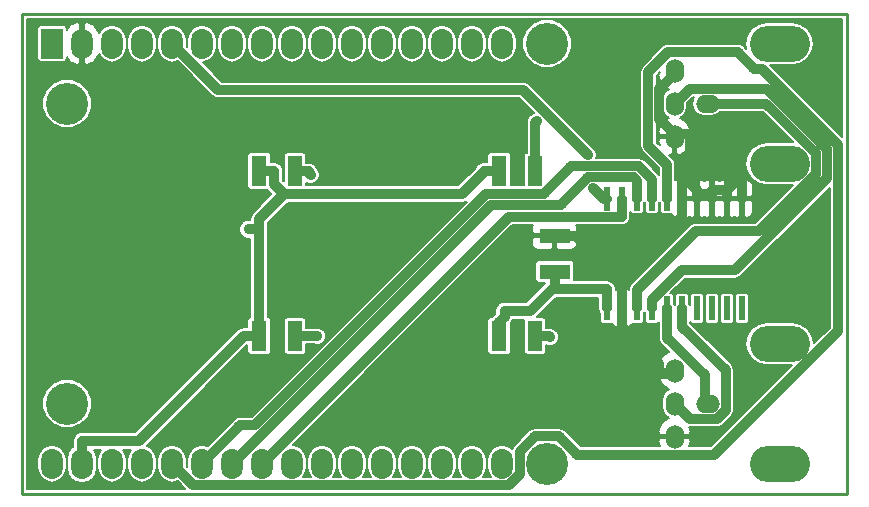
<source format=gbl>
G04 #@! TF.GenerationSoftware,KiCad,Pcbnew,no-vcs-found-6223534~58~ubuntu16.04.1*
G04 #@! TF.CreationDate,2017-03-08T16:15:12-05:00*
G04 #@! TF.ProjectId,optical_switch_interface_3x2,6F70746963616C5F7377697463685F69,1.0*
G04 #@! TF.FileFunction,Copper,L2,Bot,Signal*
G04 #@! TF.FilePolarity,Positive*
%FSLAX46Y46*%
G04 Gerber Fmt 4.6, Leading zero omitted, Abs format (unit mm)*
G04 Created by KiCad (PCBNEW no-vcs-found-6223534~58~ubuntu16.04.1) date Wed Mar  8 16:15:12 2017*
%MOMM*%
%LPD*%
G01*
G04 APERTURE LIST*
%ADD10C,0.100000*%
%ADD11C,0.228600*%
%ADD12O,1.854200X2.540000*%
%ADD13R,1.854200X2.540000*%
%ADD14C,3.556000*%
%ADD15R,2.540000X1.270000*%
%ADD16O,5.080000X3.048000*%
%ADD17O,2.032000X1.524000*%
%ADD18O,1.524000X2.032000*%
%ADD19R,1.270000X2.540000*%
%ADD20R,0.600000X2.000000*%
%ADD21C,0.889000*%
%ADD22C,0.812800*%
%ADD23C,0.203200*%
G04 APERTURE END LIST*
D10*
D11*
X155575000Y-68580000D02*
X85725000Y-68580000D01*
X155575000Y-109220000D02*
X155575000Y-68580000D01*
X85725000Y-109220000D02*
X155575000Y-109220000D01*
X85725000Y-68580000D02*
X85725000Y-109220000D01*
D12*
X90805000Y-71120000D03*
X93345000Y-71120000D03*
D13*
X88265000Y-71120000D03*
D12*
X95885000Y-71120000D03*
X98425000Y-71120000D03*
X100965000Y-71120000D03*
X103505000Y-71120000D03*
X106045000Y-71120000D03*
X108585000Y-71120000D03*
X111125000Y-71120000D03*
X113665000Y-71120000D03*
X116205000Y-71120000D03*
X118745000Y-71120000D03*
X121285000Y-71120000D03*
X123825000Y-71120000D03*
X126365000Y-71120000D03*
X126365000Y-106680000D03*
X123825000Y-106680000D03*
X121285000Y-106680000D03*
X118745000Y-106680000D03*
X116205000Y-106680000D03*
X113665000Y-106680000D03*
X111125000Y-106680000D03*
X108585000Y-106680000D03*
X106045000Y-106680000D03*
X103505000Y-106680000D03*
X100965000Y-106680000D03*
X98425000Y-106680000D03*
X95885000Y-106680000D03*
X93345000Y-106680000D03*
X90805000Y-106680000D03*
X88265000Y-106680000D03*
D14*
X89535000Y-76200000D03*
X89535000Y-101600000D03*
X130175000Y-106680000D03*
X130175000Y-71120000D03*
D15*
X130810000Y-90424000D03*
X130810000Y-87376000D03*
D16*
X149860000Y-71120000D03*
X149860000Y-81280000D03*
D17*
X143764000Y-76200000D03*
D18*
X140970000Y-76200000D03*
X140970000Y-78994000D03*
X140970000Y-73406000D03*
X140970000Y-98806000D03*
X140970000Y-104394000D03*
X140970000Y-101600000D03*
D17*
X143764000Y-101600000D03*
D16*
X149860000Y-106680000D03*
X149860000Y-96520000D03*
D19*
X105791000Y-81915000D03*
X108839000Y-81915000D03*
X129159000Y-81915000D03*
X126111000Y-81915000D03*
X105791000Y-95885000D03*
X108839000Y-95885000D03*
X129159000Y-95885000D03*
X126111000Y-95885000D03*
D20*
X135255000Y-93550000D03*
X136525000Y-93550000D03*
X137795000Y-93550000D03*
X139065000Y-93550000D03*
X140335000Y-93550000D03*
X141605000Y-93550000D03*
X142875000Y-93550000D03*
X144145000Y-93550000D03*
X145415000Y-93550000D03*
X146685000Y-93550000D03*
X146685000Y-84250000D03*
X145415000Y-84250000D03*
X144145000Y-84250000D03*
X142875000Y-84250000D03*
X141605000Y-84250000D03*
X140335000Y-84250000D03*
X139065000Y-84250000D03*
X137795000Y-84250000D03*
X136525000Y-84250000D03*
X135255000Y-84250000D03*
D21*
X124750400Y-82108100D03*
X126573200Y-93799500D03*
X104908900Y-86858000D03*
X110169300Y-82243600D03*
X129293800Y-77698600D03*
X110732000Y-95910400D03*
X130442500Y-96000100D03*
X134103300Y-83390000D03*
X133622800Y-80555100D03*
D22*
X126111000Y-81915000D02*
X124815300Y-81915000D01*
X124815300Y-82043200D02*
X124750400Y-82108100D01*
X124815300Y-81915000D02*
X124815300Y-82043200D01*
X95631000Y-104749300D02*
X104495300Y-95885000D01*
X90805000Y-104749300D02*
X95631000Y-104749300D01*
X90805000Y-106680000D02*
X90805000Y-104749300D01*
X105791000Y-95885000D02*
X104495300Y-95885000D01*
X105791000Y-81915000D02*
X107086700Y-81915000D01*
X126111000Y-95885000D02*
X126111000Y-94733400D01*
X130810000Y-90424000D02*
X130810000Y-91719700D01*
X126573200Y-94271200D02*
X126573200Y-93799500D01*
X126111000Y-94733400D02*
X126573200Y-94271200D01*
X128730200Y-93799500D02*
X130810000Y-91719700D01*
X126573200Y-93799500D02*
X128730200Y-93799500D01*
X130979600Y-91889300D02*
X130810000Y-91719700D01*
X135255000Y-91889300D02*
X130979600Y-91889300D01*
X135255000Y-93550000D02*
X135255000Y-91889300D01*
X107086700Y-83048700D02*
X107086700Y-81915000D01*
X107904800Y-83866800D02*
X107086700Y-83048700D01*
X122991700Y-83866800D02*
X107904800Y-83866800D01*
X124750400Y-82108100D02*
X122991700Y-83866800D01*
X105791000Y-86858000D02*
X104908900Y-86858000D01*
X105791000Y-85980600D02*
X105791000Y-86858000D01*
X107904800Y-83866800D02*
X105791000Y-85980600D01*
X105791000Y-86858000D02*
X105791000Y-95885000D01*
X145415000Y-84250000D02*
X145415000Y-83483300D01*
X146181700Y-82716600D02*
X146685000Y-82716600D01*
X145415000Y-83483300D02*
X146181700Y-82716600D01*
X146685000Y-84250000D02*
X146685000Y-82716600D01*
X130810000Y-87376000D02*
X132613400Y-87376000D01*
X139694000Y-77464000D02*
X140970000Y-78740000D01*
X139694000Y-74936000D02*
X139694000Y-77464000D01*
X140970000Y-73660000D02*
X139694000Y-74936000D01*
X144145000Y-83483300D02*
X145415000Y-83483300D01*
X139674600Y-98233000D02*
X139674600Y-99060000D01*
X136525000Y-95083400D02*
X139674600Y-98233000D01*
X136525000Y-93550000D02*
X136525000Y-95083400D01*
X140970000Y-99060000D02*
X139674600Y-99060000D01*
X141605000Y-83938300D02*
X141605000Y-82716600D01*
X141605000Y-83938300D02*
X141605000Y-84250000D01*
X141605000Y-84250000D02*
X141605000Y-85783400D01*
X141605000Y-85783400D02*
X136403800Y-90984600D01*
X136046400Y-90627300D02*
X136403800Y-90984600D01*
X135864700Y-90627300D02*
X136046400Y-90627300D01*
X132613400Y-87376000D02*
X135864700Y-90627300D01*
X136525000Y-91105900D02*
X136525000Y-93550000D01*
X136403800Y-90984600D02*
X136525000Y-91105900D01*
X142875000Y-83866600D02*
X144145000Y-83866600D01*
X144145000Y-84250000D02*
X144145000Y-83866600D01*
X144145000Y-83866600D02*
X144145000Y-83483300D01*
X142875000Y-84250000D02*
X142875000Y-83866600D01*
X142875000Y-83866600D02*
X142875000Y-83483300D01*
X142265400Y-82559500D02*
X142108300Y-82716600D01*
X142265400Y-78740000D02*
X142265400Y-82559500D01*
X141605000Y-82716600D02*
X142108300Y-82716600D01*
X142108300Y-82716600D02*
X142875000Y-83483300D01*
X140970000Y-78740000D02*
X142265400Y-78740000D01*
X126941600Y-85783400D02*
X106045000Y-106680000D01*
X136525000Y-85783400D02*
X126941600Y-85783400D01*
X136525000Y-84250000D02*
X136525000Y-85783400D01*
X125424400Y-84760600D02*
X103505000Y-106680000D01*
X131319500Y-84760600D02*
X125424400Y-84760600D01*
X133657400Y-82422700D02*
X131319500Y-84760600D01*
X137501100Y-82422700D02*
X133657400Y-82422700D01*
X137795000Y-82716600D02*
X137501100Y-82422700D01*
X137795000Y-84250000D02*
X137795000Y-82716600D01*
X139065000Y-84250000D02*
X139065000Y-82716600D01*
X104216800Y-103428200D02*
X100965000Y-106680000D01*
X105463100Y-103428200D02*
X104216800Y-103428200D01*
X125045500Y-83845800D02*
X105463100Y-103428200D01*
X129889600Y-83845800D02*
X125045500Y-83845800D01*
X132227400Y-81508000D02*
X129889600Y-83845800D01*
X137935700Y-81508000D02*
X132227400Y-81508000D01*
X139065000Y-82637300D02*
X137935700Y-81508000D01*
X139065000Y-82716600D02*
X139065000Y-82637300D01*
X100240300Y-108495300D02*
X98425000Y-106680000D01*
X126950400Y-108495300D02*
X100240300Y-108495300D01*
X127844600Y-107601100D02*
X126950400Y-108495300D01*
X127844600Y-105714800D02*
X127844600Y-107601100D01*
X129181400Y-104378000D02*
X127844600Y-105714800D01*
X131161000Y-104378000D02*
X129181400Y-104378000D01*
X132715600Y-105932600D02*
X131161000Y-104378000D01*
X144344600Y-105932600D02*
X132715600Y-105932600D01*
X154801900Y-95475300D02*
X144344600Y-105932600D01*
X154801900Y-79665600D02*
X154801900Y-95475300D01*
X148366900Y-73230600D02*
X154801900Y-79665600D01*
X147706900Y-73230600D02*
X148366900Y-73230600D01*
X146324900Y-71848600D02*
X147706900Y-73230600D01*
X140443900Y-71848600D02*
X146324900Y-71848600D01*
X138761800Y-73530700D02*
X140443900Y-71848600D01*
X138761800Y-79794200D02*
X138761800Y-73530700D01*
X140335000Y-81367400D02*
X138761800Y-79794200D01*
X140335000Y-84250000D02*
X140335000Y-81367400D01*
X148735900Y-76200000D02*
X143510000Y-76200000D01*
X152930100Y-80394200D02*
X148735900Y-76200000D01*
X152930100Y-82148100D02*
X152930100Y-80394200D01*
X148083100Y-86995100D02*
X152930100Y-82148100D01*
X142816500Y-86995100D02*
X148083100Y-86995100D01*
X137795000Y-92016600D02*
X142816500Y-86995100D01*
X137795000Y-93550000D02*
X137795000Y-92016600D01*
X142240400Y-74929600D02*
X140970000Y-76200000D01*
X148772200Y-74929600D02*
X142240400Y-74929600D01*
X153887100Y-80044500D02*
X148772200Y-74929600D01*
X153887100Y-82521200D02*
X153887100Y-80044500D01*
X146109100Y-90299200D02*
X153887100Y-82521200D01*
X141561000Y-90299200D02*
X146109100Y-90299200D01*
X139065000Y-92795200D02*
X141561000Y-90299200D01*
X139065000Y-93550000D02*
X139065000Y-92795200D01*
X142272800Y-102902800D02*
X140970000Y-101600000D01*
X144545800Y-102902800D02*
X142272800Y-102902800D01*
X145303400Y-102145200D02*
X144545800Y-102902800D01*
X145303400Y-98781800D02*
X145303400Y-102145200D01*
X141605000Y-95083400D02*
X145303400Y-98781800D01*
X141605000Y-93550000D02*
X141605000Y-95083400D01*
X140335000Y-96046800D02*
X140335000Y-93550000D01*
X143510000Y-99221800D02*
X140335000Y-96046800D01*
X143510000Y-101600000D02*
X143510000Y-99221800D01*
X110007400Y-82081700D02*
X110169300Y-82243600D01*
X110007400Y-81915000D02*
X110007400Y-82081700D01*
X108839000Y-81915000D02*
X110007400Y-81915000D01*
X129159000Y-81915000D02*
X129159000Y-80111600D01*
X129159000Y-77833400D02*
X129293800Y-77698600D01*
X129159000Y-80111600D02*
X129159000Y-77833400D01*
X108839000Y-95885000D02*
X110007400Y-95885000D01*
X110706600Y-95885000D02*
X110732000Y-95910400D01*
X110007400Y-95885000D02*
X110706600Y-95885000D01*
X129159000Y-95885000D02*
X130327400Y-95885000D01*
X130327400Y-95885000D02*
X130442500Y-96000100D01*
X134963300Y-84250000D02*
X135255000Y-84250000D01*
X134103300Y-83390000D02*
X134963300Y-84250000D01*
X128109900Y-75042200D02*
X133622800Y-80555100D01*
X102347200Y-75042200D02*
X128109900Y-75042200D01*
X98425000Y-71120000D02*
X102347200Y-75042200D01*
D23*
G36*
X155155900Y-79013811D02*
X149090888Y-72948800D01*
X150931733Y-72948800D01*
X151631584Y-72809591D01*
X152224890Y-72413157D01*
X152621324Y-71819851D01*
X152760533Y-71120000D01*
X152621324Y-70420149D01*
X152224890Y-69826843D01*
X151631584Y-69430409D01*
X150931733Y-69291200D01*
X148788267Y-69291200D01*
X148088416Y-69430409D01*
X147495110Y-69826843D01*
X147098676Y-70420149D01*
X146959467Y-71120000D01*
X147048205Y-71566117D01*
X146827794Y-71345706D01*
X146597065Y-71191537D01*
X146324900Y-71137400D01*
X140443900Y-71137400D01*
X140171736Y-71191537D01*
X139941006Y-71345705D01*
X138258906Y-73027806D01*
X138104737Y-73258535D01*
X138104737Y-73258536D01*
X138050600Y-73530700D01*
X138050600Y-79794200D01*
X138104737Y-80066365D01*
X138258906Y-80297094D01*
X139623800Y-81661989D01*
X139623800Y-82218075D01*
X139603146Y-82187164D01*
X139567894Y-82134405D01*
X138438594Y-81005106D01*
X138207865Y-80850937D01*
X137935700Y-80796800D01*
X134333768Y-80796800D01*
X134371970Y-80704799D01*
X134372230Y-80406709D01*
X134258396Y-80131210D01*
X134047799Y-79920244D01*
X133955340Y-79881852D01*
X128612794Y-74539306D01*
X128382065Y-74385137D01*
X128109900Y-74331000D01*
X102641789Y-74331000D01*
X101024588Y-72713799D01*
X101436428Y-72631879D01*
X101836085Y-72364837D01*
X102103127Y-71965180D01*
X102196900Y-71493752D01*
X102196900Y-70746248D01*
X102273100Y-70746248D01*
X102273100Y-71493752D01*
X102366873Y-71965180D01*
X102633915Y-72364837D01*
X103033572Y-72631879D01*
X103505000Y-72725652D01*
X103976428Y-72631879D01*
X104376085Y-72364837D01*
X104643127Y-71965180D01*
X104736900Y-71493752D01*
X104736900Y-70746248D01*
X104813100Y-70746248D01*
X104813100Y-71493752D01*
X104906873Y-71965180D01*
X105173915Y-72364837D01*
X105573572Y-72631879D01*
X106045000Y-72725652D01*
X106516428Y-72631879D01*
X106916085Y-72364837D01*
X107183127Y-71965180D01*
X107276900Y-71493752D01*
X107276900Y-70746248D01*
X107353100Y-70746248D01*
X107353100Y-71493752D01*
X107446873Y-71965180D01*
X107713915Y-72364837D01*
X108113572Y-72631879D01*
X108585000Y-72725652D01*
X109056428Y-72631879D01*
X109456085Y-72364837D01*
X109723127Y-71965180D01*
X109816900Y-71493752D01*
X109816900Y-70746248D01*
X109893100Y-70746248D01*
X109893100Y-71493752D01*
X109986873Y-71965180D01*
X110253915Y-72364837D01*
X110653572Y-72631879D01*
X111125000Y-72725652D01*
X111596428Y-72631879D01*
X111996085Y-72364837D01*
X112263127Y-71965180D01*
X112356900Y-71493752D01*
X112356900Y-70746248D01*
X112433100Y-70746248D01*
X112433100Y-71493752D01*
X112526873Y-71965180D01*
X112793915Y-72364837D01*
X113193572Y-72631879D01*
X113665000Y-72725652D01*
X114136428Y-72631879D01*
X114536085Y-72364837D01*
X114803127Y-71965180D01*
X114896900Y-71493752D01*
X114896900Y-70746248D01*
X114973100Y-70746248D01*
X114973100Y-71493752D01*
X115066873Y-71965180D01*
X115333915Y-72364837D01*
X115733572Y-72631879D01*
X116205000Y-72725652D01*
X116676428Y-72631879D01*
X117076085Y-72364837D01*
X117343127Y-71965180D01*
X117436900Y-71493752D01*
X117436900Y-70746248D01*
X117513100Y-70746248D01*
X117513100Y-71493752D01*
X117606873Y-71965180D01*
X117873915Y-72364837D01*
X118273572Y-72631879D01*
X118745000Y-72725652D01*
X119216428Y-72631879D01*
X119616085Y-72364837D01*
X119883127Y-71965180D01*
X119976900Y-71493752D01*
X119976900Y-70746248D01*
X120053100Y-70746248D01*
X120053100Y-71493752D01*
X120146873Y-71965180D01*
X120413915Y-72364837D01*
X120813572Y-72631879D01*
X121285000Y-72725652D01*
X121756428Y-72631879D01*
X122156085Y-72364837D01*
X122423127Y-71965180D01*
X122516900Y-71493752D01*
X122516900Y-70746248D01*
X122593100Y-70746248D01*
X122593100Y-71493752D01*
X122686873Y-71965180D01*
X122953915Y-72364837D01*
X123353572Y-72631879D01*
X123825000Y-72725652D01*
X124296428Y-72631879D01*
X124696085Y-72364837D01*
X124963127Y-71965180D01*
X125056900Y-71493752D01*
X125056900Y-70746248D01*
X125133100Y-70746248D01*
X125133100Y-71493752D01*
X125226873Y-71965180D01*
X125493915Y-72364837D01*
X125893572Y-72631879D01*
X126365000Y-72725652D01*
X126836428Y-72631879D01*
X127236085Y-72364837D01*
X127503127Y-71965180D01*
X127589197Y-71532477D01*
X128091840Y-71532477D01*
X128408259Y-72298270D01*
X128993648Y-72884682D01*
X129758888Y-73202437D01*
X130587477Y-73203160D01*
X131353270Y-72886741D01*
X131939682Y-72301352D01*
X132257437Y-71536112D01*
X132258160Y-70707523D01*
X131941741Y-69941730D01*
X131356352Y-69355318D01*
X130591112Y-69037563D01*
X129762523Y-69036840D01*
X128996730Y-69353259D01*
X128410318Y-69938648D01*
X128092563Y-70703888D01*
X128091840Y-71532477D01*
X127589197Y-71532477D01*
X127596900Y-71493752D01*
X127596900Y-70746248D01*
X127503127Y-70274820D01*
X127236085Y-69875163D01*
X126836428Y-69608121D01*
X126365000Y-69514348D01*
X125893572Y-69608121D01*
X125493915Y-69875163D01*
X125226873Y-70274820D01*
X125133100Y-70746248D01*
X125056900Y-70746248D01*
X124963127Y-70274820D01*
X124696085Y-69875163D01*
X124296428Y-69608121D01*
X123825000Y-69514348D01*
X123353572Y-69608121D01*
X122953915Y-69875163D01*
X122686873Y-70274820D01*
X122593100Y-70746248D01*
X122516900Y-70746248D01*
X122423127Y-70274820D01*
X122156085Y-69875163D01*
X121756428Y-69608121D01*
X121285000Y-69514348D01*
X120813572Y-69608121D01*
X120413915Y-69875163D01*
X120146873Y-70274820D01*
X120053100Y-70746248D01*
X119976900Y-70746248D01*
X119883127Y-70274820D01*
X119616085Y-69875163D01*
X119216428Y-69608121D01*
X118745000Y-69514348D01*
X118273572Y-69608121D01*
X117873915Y-69875163D01*
X117606873Y-70274820D01*
X117513100Y-70746248D01*
X117436900Y-70746248D01*
X117343127Y-70274820D01*
X117076085Y-69875163D01*
X116676428Y-69608121D01*
X116205000Y-69514348D01*
X115733572Y-69608121D01*
X115333915Y-69875163D01*
X115066873Y-70274820D01*
X114973100Y-70746248D01*
X114896900Y-70746248D01*
X114803127Y-70274820D01*
X114536085Y-69875163D01*
X114136428Y-69608121D01*
X113665000Y-69514348D01*
X113193572Y-69608121D01*
X112793915Y-69875163D01*
X112526873Y-70274820D01*
X112433100Y-70746248D01*
X112356900Y-70746248D01*
X112263127Y-70274820D01*
X111996085Y-69875163D01*
X111596428Y-69608121D01*
X111125000Y-69514348D01*
X110653572Y-69608121D01*
X110253915Y-69875163D01*
X109986873Y-70274820D01*
X109893100Y-70746248D01*
X109816900Y-70746248D01*
X109723127Y-70274820D01*
X109456085Y-69875163D01*
X109056428Y-69608121D01*
X108585000Y-69514348D01*
X108113572Y-69608121D01*
X107713915Y-69875163D01*
X107446873Y-70274820D01*
X107353100Y-70746248D01*
X107276900Y-70746248D01*
X107183127Y-70274820D01*
X106916085Y-69875163D01*
X106516428Y-69608121D01*
X106045000Y-69514348D01*
X105573572Y-69608121D01*
X105173915Y-69875163D01*
X104906873Y-70274820D01*
X104813100Y-70746248D01*
X104736900Y-70746248D01*
X104643127Y-70274820D01*
X104376085Y-69875163D01*
X103976428Y-69608121D01*
X103505000Y-69514348D01*
X103033572Y-69608121D01*
X102633915Y-69875163D01*
X102366873Y-70274820D01*
X102273100Y-70746248D01*
X102196900Y-70746248D01*
X102103127Y-70274820D01*
X101836085Y-69875163D01*
X101436428Y-69608121D01*
X100965000Y-69514348D01*
X100493572Y-69608121D01*
X100093915Y-69875163D01*
X99826873Y-70274820D01*
X99733100Y-70746248D01*
X99733100Y-71422312D01*
X99656900Y-71346112D01*
X99656900Y-70746248D01*
X99563127Y-70274820D01*
X99296085Y-69875163D01*
X98896428Y-69608121D01*
X98425000Y-69514348D01*
X97953572Y-69608121D01*
X97553915Y-69875163D01*
X97286873Y-70274820D01*
X97193100Y-70746248D01*
X97193100Y-71493752D01*
X97286873Y-71965180D01*
X97553915Y-72364837D01*
X97953572Y-72631879D01*
X98425000Y-72725652D01*
X98896428Y-72631879D01*
X98917207Y-72617995D01*
X101844305Y-75545094D01*
X101906518Y-75586663D01*
X102075036Y-75699263D01*
X102347200Y-75753400D01*
X127815312Y-75753400D01*
X129050357Y-76988445D01*
X128869910Y-77063004D01*
X128658944Y-77273601D01*
X128601185Y-77412700D01*
X128501937Y-77561235D01*
X128501937Y-77561236D01*
X128447800Y-77833400D01*
X128447800Y-80349386D01*
X128405073Y-80357885D01*
X128304252Y-80425252D01*
X128236885Y-80526073D01*
X128213229Y-80645000D01*
X128213229Y-83134600D01*
X127108566Y-83134600D01*
X127108566Y-80645000D01*
X127080967Y-80506252D01*
X127002373Y-80388627D01*
X126884748Y-80310033D01*
X126746000Y-80282434D01*
X125476000Y-80282434D01*
X125337252Y-80310033D01*
X125219627Y-80388627D01*
X125141033Y-80506252D01*
X125113434Y-80645000D01*
X125113434Y-81153000D01*
X124815300Y-81153000D01*
X124523695Y-81211004D01*
X124276485Y-81376185D01*
X124127035Y-81599852D01*
X124072504Y-81654288D01*
X124034104Y-81746765D01*
X122676070Y-83104800D01*
X109784771Y-83104800D01*
X109784771Y-82895261D01*
X110019601Y-82992770D01*
X110317691Y-82993030D01*
X110593190Y-82879196D01*
X110804156Y-82668599D01*
X110918470Y-82393299D01*
X110918730Y-82095209D01*
X110804896Y-81819710D01*
X110673454Y-81688038D01*
X110664463Y-81642836D01*
X110510294Y-81412106D01*
X110279564Y-81257937D01*
X110007400Y-81203800D01*
X109784771Y-81203800D01*
X109784771Y-80645000D01*
X109761115Y-80526073D01*
X109693748Y-80425252D01*
X109592927Y-80357885D01*
X109474000Y-80334229D01*
X108204000Y-80334229D01*
X108085073Y-80357885D01*
X107984252Y-80425252D01*
X107916885Y-80526073D01*
X107893229Y-80645000D01*
X107893229Y-82777599D01*
X107848700Y-82733070D01*
X107848700Y-81915000D01*
X107790696Y-81623395D01*
X107625515Y-81376185D01*
X107378305Y-81211004D01*
X107086700Y-81153000D01*
X106788566Y-81153000D01*
X106788566Y-80645000D01*
X106760967Y-80506252D01*
X106682373Y-80388627D01*
X106564748Y-80310033D01*
X106426000Y-80282434D01*
X105156000Y-80282434D01*
X105017252Y-80310033D01*
X104899627Y-80388627D01*
X104821033Y-80506252D01*
X104793434Y-80645000D01*
X104793434Y-83185000D01*
X104821033Y-83323748D01*
X104899627Y-83441373D01*
X105017252Y-83519967D01*
X105156000Y-83547566D01*
X106426000Y-83547566D01*
X106510024Y-83530852D01*
X106547885Y-83587515D01*
X106827170Y-83866800D01*
X105252185Y-85441785D01*
X105087004Y-85688995D01*
X105029000Y-85980600D01*
X105029000Y-86058004D01*
X104750448Y-86057761D01*
X104456272Y-86179313D01*
X104231004Y-86404188D01*
X104108939Y-86698152D01*
X104108661Y-87016452D01*
X104230213Y-87310628D01*
X104455088Y-87535896D01*
X104749052Y-87657961D01*
X105029000Y-87658206D01*
X105029000Y-94277696D01*
X105017252Y-94280033D01*
X104899627Y-94358627D01*
X104821033Y-94476252D01*
X104793434Y-94615000D01*
X104793434Y-95123000D01*
X104495300Y-95123000D01*
X104239912Y-95173800D01*
X104203695Y-95181004D01*
X103956484Y-95346185D01*
X95315370Y-103987300D01*
X90805000Y-103987300D01*
X90513395Y-104045304D01*
X90266185Y-104210485D01*
X90101004Y-104457695D01*
X90043000Y-104749300D01*
X90043000Y-105301357D01*
X89897994Y-105398247D01*
X89619940Y-105814385D01*
X89522300Y-106305253D01*
X89522300Y-107054747D01*
X89619940Y-107545615D01*
X89897994Y-107961753D01*
X90314132Y-108239807D01*
X90805000Y-108337447D01*
X91295868Y-108239807D01*
X91712006Y-107961753D01*
X91990060Y-107545615D01*
X92087700Y-107054747D01*
X92087700Y-106305253D01*
X91990060Y-105814385D01*
X91787545Y-105511300D01*
X92423042Y-105511300D01*
X92206873Y-105834820D01*
X92113100Y-106306248D01*
X92113100Y-107053752D01*
X92206873Y-107525180D01*
X92473915Y-107924837D01*
X92873572Y-108191879D01*
X93345000Y-108285652D01*
X93816428Y-108191879D01*
X94216085Y-107924837D01*
X94483127Y-107525180D01*
X94576900Y-107053752D01*
X94576900Y-106306248D01*
X94483127Y-105834820D01*
X94266958Y-105511300D01*
X94963042Y-105511300D01*
X94746873Y-105834820D01*
X94653100Y-106306248D01*
X94653100Y-107053752D01*
X94746873Y-107525180D01*
X95013915Y-107924837D01*
X95413572Y-108191879D01*
X95885000Y-108285652D01*
X96356428Y-108191879D01*
X96756085Y-107924837D01*
X97023127Y-107525180D01*
X97116900Y-107053752D01*
X97116900Y-106306248D01*
X97023127Y-105834820D01*
X96756085Y-105435163D01*
X96356428Y-105168121D01*
X96300862Y-105157068D01*
X104793434Y-96664497D01*
X104793434Y-97155000D01*
X104821033Y-97293748D01*
X104899627Y-97411373D01*
X105017252Y-97489967D01*
X105156000Y-97517566D01*
X106426000Y-97517566D01*
X106564748Y-97489967D01*
X106682373Y-97411373D01*
X106760967Y-97293748D01*
X106788566Y-97155000D01*
X106788566Y-94615000D01*
X107893229Y-94615000D01*
X107893229Y-97155000D01*
X107916885Y-97273927D01*
X107984252Y-97374748D01*
X108085073Y-97442115D01*
X108204000Y-97465771D01*
X109474000Y-97465771D01*
X109592927Y-97442115D01*
X109693748Y-97374748D01*
X109761115Y-97273927D01*
X109784771Y-97155000D01*
X109784771Y-96596200D01*
X110429688Y-96596200D01*
X110582301Y-96659570D01*
X110880391Y-96659830D01*
X111155890Y-96545996D01*
X111366856Y-96335399D01*
X111481170Y-96060099D01*
X111481430Y-95762009D01*
X111367596Y-95486510D01*
X111156999Y-95275544D01*
X110881699Y-95161230D01*
X110583609Y-95160970D01*
X110552558Y-95173800D01*
X109784771Y-95173800D01*
X109784771Y-94615000D01*
X109761115Y-94496073D01*
X109693748Y-94395252D01*
X109592927Y-94327885D01*
X109474000Y-94304229D01*
X108204000Y-94304229D01*
X108085073Y-94327885D01*
X107984252Y-94395252D01*
X107916885Y-94496073D01*
X107893229Y-94615000D01*
X106788566Y-94615000D01*
X106760967Y-94476252D01*
X106682373Y-94358627D01*
X106564748Y-94280033D01*
X106553000Y-94277696D01*
X106553000Y-86296230D01*
X108220431Y-84628800D01*
X122991700Y-84628800D01*
X123283305Y-84570796D01*
X123377965Y-84507546D01*
X105168512Y-102717000D01*
X104216800Y-102717000D01*
X103944636Y-102771137D01*
X103713906Y-102925305D01*
X101457207Y-105182005D01*
X101436428Y-105168121D01*
X100965000Y-105074348D01*
X100493572Y-105168121D01*
X100093915Y-105435163D01*
X99826873Y-105834820D01*
X99733100Y-106306248D01*
X99733100Y-106982312D01*
X99656900Y-106906112D01*
X99656900Y-106306248D01*
X99563127Y-105834820D01*
X99296085Y-105435163D01*
X98896428Y-105168121D01*
X98425000Y-105074348D01*
X97953572Y-105168121D01*
X97553915Y-105435163D01*
X97286873Y-105834820D01*
X97193100Y-106306248D01*
X97193100Y-107053752D01*
X97286873Y-107525180D01*
X97553915Y-107924837D01*
X97953572Y-108191879D01*
X98425000Y-108285652D01*
X98896428Y-108191879D01*
X98917207Y-108177995D01*
X99540112Y-108800900D01*
X86144100Y-108800900D01*
X86144100Y-106306248D01*
X87033100Y-106306248D01*
X87033100Y-107053752D01*
X87126873Y-107525180D01*
X87393915Y-107924837D01*
X87793572Y-108191879D01*
X88265000Y-108285652D01*
X88736428Y-108191879D01*
X89136085Y-107924837D01*
X89403127Y-107525180D01*
X89496900Y-107053752D01*
X89496900Y-106306248D01*
X89403127Y-105834820D01*
X89136085Y-105435163D01*
X88736428Y-105168121D01*
X88265000Y-105074348D01*
X87793572Y-105168121D01*
X87393915Y-105435163D01*
X87126873Y-105834820D01*
X87033100Y-106306248D01*
X86144100Y-106306248D01*
X86144100Y-102012477D01*
X87451840Y-102012477D01*
X87768259Y-102778270D01*
X88353648Y-103364682D01*
X89118888Y-103682437D01*
X89947477Y-103683160D01*
X90713270Y-103366741D01*
X91299682Y-102781352D01*
X91617437Y-102016112D01*
X91618160Y-101187523D01*
X91301741Y-100421730D01*
X90716352Y-99835318D01*
X89951112Y-99517563D01*
X89122523Y-99516840D01*
X88356730Y-99833259D01*
X87770318Y-100418648D01*
X87452563Y-101183888D01*
X87451840Y-102012477D01*
X86144100Y-102012477D01*
X86144100Y-76612477D01*
X87451840Y-76612477D01*
X87768259Y-77378270D01*
X88353648Y-77964682D01*
X89118888Y-78282437D01*
X89947477Y-78283160D01*
X90713270Y-77966741D01*
X91299682Y-77381352D01*
X91617437Y-76616112D01*
X91618160Y-75787523D01*
X91301741Y-75021730D01*
X90716352Y-74435318D01*
X89951112Y-74117563D01*
X89122523Y-74116840D01*
X88356730Y-74433259D01*
X87770318Y-75018648D01*
X87452563Y-75783888D01*
X87451840Y-76612477D01*
X86144100Y-76612477D01*
X86144100Y-69850000D01*
X87027129Y-69850000D01*
X87027129Y-72390000D01*
X87050785Y-72508927D01*
X87118152Y-72609748D01*
X87218973Y-72677115D01*
X87337900Y-72700771D01*
X89192100Y-72700771D01*
X89311027Y-72677115D01*
X89411848Y-72609748D01*
X89479215Y-72508927D01*
X89502871Y-72390000D01*
X89502871Y-72263898D01*
X89826152Y-72657274D01*
X90357730Y-72940947D01*
X90415269Y-72949357D01*
X90652600Y-72838785D01*
X90652600Y-71272400D01*
X90632600Y-71272400D01*
X90632600Y-70967600D01*
X90652600Y-70967600D01*
X90652600Y-69401215D01*
X90957400Y-69401215D01*
X90957400Y-70967600D01*
X90977400Y-70967600D01*
X90977400Y-71272400D01*
X90957400Y-71272400D01*
X90957400Y-72838785D01*
X91194731Y-72949357D01*
X91252270Y-72940947D01*
X91783848Y-72657274D01*
X92166405Y-72191769D01*
X92226414Y-71994425D01*
X92473915Y-72364837D01*
X92873572Y-72631879D01*
X93345000Y-72725652D01*
X93816428Y-72631879D01*
X94216085Y-72364837D01*
X94483127Y-71965180D01*
X94576900Y-71493752D01*
X94576900Y-70746248D01*
X94653100Y-70746248D01*
X94653100Y-71493752D01*
X94746873Y-71965180D01*
X95013915Y-72364837D01*
X95413572Y-72631879D01*
X95885000Y-72725652D01*
X96356428Y-72631879D01*
X96756085Y-72364837D01*
X97023127Y-71965180D01*
X97116900Y-71493752D01*
X97116900Y-70746248D01*
X97023127Y-70274820D01*
X96756085Y-69875163D01*
X96356428Y-69608121D01*
X95885000Y-69514348D01*
X95413572Y-69608121D01*
X95013915Y-69875163D01*
X94746873Y-70274820D01*
X94653100Y-70746248D01*
X94576900Y-70746248D01*
X94483127Y-70274820D01*
X94216085Y-69875163D01*
X93816428Y-69608121D01*
X93345000Y-69514348D01*
X92873572Y-69608121D01*
X92473915Y-69875163D01*
X92226414Y-70245575D01*
X92166405Y-70048231D01*
X91783848Y-69582726D01*
X91252270Y-69299053D01*
X91194731Y-69290643D01*
X90957400Y-69401215D01*
X90652600Y-69401215D01*
X90415269Y-69290643D01*
X90357730Y-69299053D01*
X89826152Y-69582726D01*
X89502871Y-69976102D01*
X89502871Y-69850000D01*
X89479215Y-69731073D01*
X89411848Y-69630252D01*
X89311027Y-69562885D01*
X89192100Y-69539229D01*
X87337900Y-69539229D01*
X87218973Y-69562885D01*
X87118152Y-69630252D01*
X87050785Y-69731073D01*
X87027129Y-69850000D01*
X86144100Y-69850000D01*
X86144100Y-68999100D01*
X155155900Y-68999100D01*
X155155900Y-79013811D01*
X155155900Y-79013811D01*
G37*
X155155900Y-79013811D02*
X149090888Y-72948800D01*
X150931733Y-72948800D01*
X151631584Y-72809591D01*
X152224890Y-72413157D01*
X152621324Y-71819851D01*
X152760533Y-71120000D01*
X152621324Y-70420149D01*
X152224890Y-69826843D01*
X151631584Y-69430409D01*
X150931733Y-69291200D01*
X148788267Y-69291200D01*
X148088416Y-69430409D01*
X147495110Y-69826843D01*
X147098676Y-70420149D01*
X146959467Y-71120000D01*
X147048205Y-71566117D01*
X146827794Y-71345706D01*
X146597065Y-71191537D01*
X146324900Y-71137400D01*
X140443900Y-71137400D01*
X140171736Y-71191537D01*
X139941006Y-71345705D01*
X138258906Y-73027806D01*
X138104737Y-73258535D01*
X138104737Y-73258536D01*
X138050600Y-73530700D01*
X138050600Y-79794200D01*
X138104737Y-80066365D01*
X138258906Y-80297094D01*
X139623800Y-81661989D01*
X139623800Y-82218075D01*
X139603146Y-82187164D01*
X139567894Y-82134405D01*
X138438594Y-81005106D01*
X138207865Y-80850937D01*
X137935700Y-80796800D01*
X134333768Y-80796800D01*
X134371970Y-80704799D01*
X134372230Y-80406709D01*
X134258396Y-80131210D01*
X134047799Y-79920244D01*
X133955340Y-79881852D01*
X128612794Y-74539306D01*
X128382065Y-74385137D01*
X128109900Y-74331000D01*
X102641789Y-74331000D01*
X101024588Y-72713799D01*
X101436428Y-72631879D01*
X101836085Y-72364837D01*
X102103127Y-71965180D01*
X102196900Y-71493752D01*
X102196900Y-70746248D01*
X102273100Y-70746248D01*
X102273100Y-71493752D01*
X102366873Y-71965180D01*
X102633915Y-72364837D01*
X103033572Y-72631879D01*
X103505000Y-72725652D01*
X103976428Y-72631879D01*
X104376085Y-72364837D01*
X104643127Y-71965180D01*
X104736900Y-71493752D01*
X104736900Y-70746248D01*
X104813100Y-70746248D01*
X104813100Y-71493752D01*
X104906873Y-71965180D01*
X105173915Y-72364837D01*
X105573572Y-72631879D01*
X106045000Y-72725652D01*
X106516428Y-72631879D01*
X106916085Y-72364837D01*
X107183127Y-71965180D01*
X107276900Y-71493752D01*
X107276900Y-70746248D01*
X107353100Y-70746248D01*
X107353100Y-71493752D01*
X107446873Y-71965180D01*
X107713915Y-72364837D01*
X108113572Y-72631879D01*
X108585000Y-72725652D01*
X109056428Y-72631879D01*
X109456085Y-72364837D01*
X109723127Y-71965180D01*
X109816900Y-71493752D01*
X109816900Y-70746248D01*
X109893100Y-70746248D01*
X109893100Y-71493752D01*
X109986873Y-71965180D01*
X110253915Y-72364837D01*
X110653572Y-72631879D01*
X111125000Y-72725652D01*
X111596428Y-72631879D01*
X111996085Y-72364837D01*
X112263127Y-71965180D01*
X112356900Y-71493752D01*
X112356900Y-70746248D01*
X112433100Y-70746248D01*
X112433100Y-71493752D01*
X112526873Y-71965180D01*
X112793915Y-72364837D01*
X113193572Y-72631879D01*
X113665000Y-72725652D01*
X114136428Y-72631879D01*
X114536085Y-72364837D01*
X114803127Y-71965180D01*
X114896900Y-71493752D01*
X114896900Y-70746248D01*
X114973100Y-70746248D01*
X114973100Y-71493752D01*
X115066873Y-71965180D01*
X115333915Y-72364837D01*
X115733572Y-72631879D01*
X116205000Y-72725652D01*
X116676428Y-72631879D01*
X117076085Y-72364837D01*
X117343127Y-71965180D01*
X117436900Y-71493752D01*
X117436900Y-70746248D01*
X117513100Y-70746248D01*
X117513100Y-71493752D01*
X117606873Y-71965180D01*
X117873915Y-72364837D01*
X118273572Y-72631879D01*
X118745000Y-72725652D01*
X119216428Y-72631879D01*
X119616085Y-72364837D01*
X119883127Y-71965180D01*
X119976900Y-71493752D01*
X119976900Y-70746248D01*
X120053100Y-70746248D01*
X120053100Y-71493752D01*
X120146873Y-71965180D01*
X120413915Y-72364837D01*
X120813572Y-72631879D01*
X121285000Y-72725652D01*
X121756428Y-72631879D01*
X122156085Y-72364837D01*
X122423127Y-71965180D01*
X122516900Y-71493752D01*
X122516900Y-70746248D01*
X122593100Y-70746248D01*
X122593100Y-71493752D01*
X122686873Y-71965180D01*
X122953915Y-72364837D01*
X123353572Y-72631879D01*
X123825000Y-72725652D01*
X124296428Y-72631879D01*
X124696085Y-72364837D01*
X124963127Y-71965180D01*
X125056900Y-71493752D01*
X125056900Y-70746248D01*
X125133100Y-70746248D01*
X125133100Y-71493752D01*
X125226873Y-71965180D01*
X125493915Y-72364837D01*
X125893572Y-72631879D01*
X126365000Y-72725652D01*
X126836428Y-72631879D01*
X127236085Y-72364837D01*
X127503127Y-71965180D01*
X127589197Y-71532477D01*
X128091840Y-71532477D01*
X128408259Y-72298270D01*
X128993648Y-72884682D01*
X129758888Y-73202437D01*
X130587477Y-73203160D01*
X131353270Y-72886741D01*
X131939682Y-72301352D01*
X132257437Y-71536112D01*
X132258160Y-70707523D01*
X131941741Y-69941730D01*
X131356352Y-69355318D01*
X130591112Y-69037563D01*
X129762523Y-69036840D01*
X128996730Y-69353259D01*
X128410318Y-69938648D01*
X128092563Y-70703888D01*
X128091840Y-71532477D01*
X127589197Y-71532477D01*
X127596900Y-71493752D01*
X127596900Y-70746248D01*
X127503127Y-70274820D01*
X127236085Y-69875163D01*
X126836428Y-69608121D01*
X126365000Y-69514348D01*
X125893572Y-69608121D01*
X125493915Y-69875163D01*
X125226873Y-70274820D01*
X125133100Y-70746248D01*
X125056900Y-70746248D01*
X124963127Y-70274820D01*
X124696085Y-69875163D01*
X124296428Y-69608121D01*
X123825000Y-69514348D01*
X123353572Y-69608121D01*
X122953915Y-69875163D01*
X122686873Y-70274820D01*
X122593100Y-70746248D01*
X122516900Y-70746248D01*
X122423127Y-70274820D01*
X122156085Y-69875163D01*
X121756428Y-69608121D01*
X121285000Y-69514348D01*
X120813572Y-69608121D01*
X120413915Y-69875163D01*
X120146873Y-70274820D01*
X120053100Y-70746248D01*
X119976900Y-70746248D01*
X119883127Y-70274820D01*
X119616085Y-69875163D01*
X119216428Y-69608121D01*
X118745000Y-69514348D01*
X118273572Y-69608121D01*
X117873915Y-69875163D01*
X117606873Y-70274820D01*
X117513100Y-70746248D01*
X117436900Y-70746248D01*
X117343127Y-70274820D01*
X117076085Y-69875163D01*
X116676428Y-69608121D01*
X116205000Y-69514348D01*
X115733572Y-69608121D01*
X115333915Y-69875163D01*
X115066873Y-70274820D01*
X114973100Y-70746248D01*
X114896900Y-70746248D01*
X114803127Y-70274820D01*
X114536085Y-69875163D01*
X114136428Y-69608121D01*
X113665000Y-69514348D01*
X113193572Y-69608121D01*
X112793915Y-69875163D01*
X112526873Y-70274820D01*
X112433100Y-70746248D01*
X112356900Y-70746248D01*
X112263127Y-70274820D01*
X111996085Y-69875163D01*
X111596428Y-69608121D01*
X111125000Y-69514348D01*
X110653572Y-69608121D01*
X110253915Y-69875163D01*
X109986873Y-70274820D01*
X109893100Y-70746248D01*
X109816900Y-70746248D01*
X109723127Y-70274820D01*
X109456085Y-69875163D01*
X109056428Y-69608121D01*
X108585000Y-69514348D01*
X108113572Y-69608121D01*
X107713915Y-69875163D01*
X107446873Y-70274820D01*
X107353100Y-70746248D01*
X107276900Y-70746248D01*
X107183127Y-70274820D01*
X106916085Y-69875163D01*
X106516428Y-69608121D01*
X106045000Y-69514348D01*
X105573572Y-69608121D01*
X105173915Y-69875163D01*
X104906873Y-70274820D01*
X104813100Y-70746248D01*
X104736900Y-70746248D01*
X104643127Y-70274820D01*
X104376085Y-69875163D01*
X103976428Y-69608121D01*
X103505000Y-69514348D01*
X103033572Y-69608121D01*
X102633915Y-69875163D01*
X102366873Y-70274820D01*
X102273100Y-70746248D01*
X102196900Y-70746248D01*
X102103127Y-70274820D01*
X101836085Y-69875163D01*
X101436428Y-69608121D01*
X100965000Y-69514348D01*
X100493572Y-69608121D01*
X100093915Y-69875163D01*
X99826873Y-70274820D01*
X99733100Y-70746248D01*
X99733100Y-71422312D01*
X99656900Y-71346112D01*
X99656900Y-70746248D01*
X99563127Y-70274820D01*
X99296085Y-69875163D01*
X98896428Y-69608121D01*
X98425000Y-69514348D01*
X97953572Y-69608121D01*
X97553915Y-69875163D01*
X97286873Y-70274820D01*
X97193100Y-70746248D01*
X97193100Y-71493752D01*
X97286873Y-71965180D01*
X97553915Y-72364837D01*
X97953572Y-72631879D01*
X98425000Y-72725652D01*
X98896428Y-72631879D01*
X98917207Y-72617995D01*
X101844305Y-75545094D01*
X101906518Y-75586663D01*
X102075036Y-75699263D01*
X102347200Y-75753400D01*
X127815312Y-75753400D01*
X129050357Y-76988445D01*
X128869910Y-77063004D01*
X128658944Y-77273601D01*
X128601185Y-77412700D01*
X128501937Y-77561235D01*
X128501937Y-77561236D01*
X128447800Y-77833400D01*
X128447800Y-80349386D01*
X128405073Y-80357885D01*
X128304252Y-80425252D01*
X128236885Y-80526073D01*
X128213229Y-80645000D01*
X128213229Y-83134600D01*
X127108566Y-83134600D01*
X127108566Y-80645000D01*
X127080967Y-80506252D01*
X127002373Y-80388627D01*
X126884748Y-80310033D01*
X126746000Y-80282434D01*
X125476000Y-80282434D01*
X125337252Y-80310033D01*
X125219627Y-80388627D01*
X125141033Y-80506252D01*
X125113434Y-80645000D01*
X125113434Y-81153000D01*
X124815300Y-81153000D01*
X124523695Y-81211004D01*
X124276485Y-81376185D01*
X124127035Y-81599852D01*
X124072504Y-81654288D01*
X124034104Y-81746765D01*
X122676070Y-83104800D01*
X109784771Y-83104800D01*
X109784771Y-82895261D01*
X110019601Y-82992770D01*
X110317691Y-82993030D01*
X110593190Y-82879196D01*
X110804156Y-82668599D01*
X110918470Y-82393299D01*
X110918730Y-82095209D01*
X110804896Y-81819710D01*
X110673454Y-81688038D01*
X110664463Y-81642836D01*
X110510294Y-81412106D01*
X110279564Y-81257937D01*
X110007400Y-81203800D01*
X109784771Y-81203800D01*
X109784771Y-80645000D01*
X109761115Y-80526073D01*
X109693748Y-80425252D01*
X109592927Y-80357885D01*
X109474000Y-80334229D01*
X108204000Y-80334229D01*
X108085073Y-80357885D01*
X107984252Y-80425252D01*
X107916885Y-80526073D01*
X107893229Y-80645000D01*
X107893229Y-82777599D01*
X107848700Y-82733070D01*
X107848700Y-81915000D01*
X107790696Y-81623395D01*
X107625515Y-81376185D01*
X107378305Y-81211004D01*
X107086700Y-81153000D01*
X106788566Y-81153000D01*
X106788566Y-80645000D01*
X106760967Y-80506252D01*
X106682373Y-80388627D01*
X106564748Y-80310033D01*
X106426000Y-80282434D01*
X105156000Y-80282434D01*
X105017252Y-80310033D01*
X104899627Y-80388627D01*
X104821033Y-80506252D01*
X104793434Y-80645000D01*
X104793434Y-83185000D01*
X104821033Y-83323748D01*
X104899627Y-83441373D01*
X105017252Y-83519967D01*
X105156000Y-83547566D01*
X106426000Y-83547566D01*
X106510024Y-83530852D01*
X106547885Y-83587515D01*
X106827170Y-83866800D01*
X105252185Y-85441785D01*
X105087004Y-85688995D01*
X105029000Y-85980600D01*
X105029000Y-86058004D01*
X104750448Y-86057761D01*
X104456272Y-86179313D01*
X104231004Y-86404188D01*
X104108939Y-86698152D01*
X104108661Y-87016452D01*
X104230213Y-87310628D01*
X104455088Y-87535896D01*
X104749052Y-87657961D01*
X105029000Y-87658206D01*
X105029000Y-94277696D01*
X105017252Y-94280033D01*
X104899627Y-94358627D01*
X104821033Y-94476252D01*
X104793434Y-94615000D01*
X104793434Y-95123000D01*
X104495300Y-95123000D01*
X104239912Y-95173800D01*
X104203695Y-95181004D01*
X103956484Y-95346185D01*
X95315370Y-103987300D01*
X90805000Y-103987300D01*
X90513395Y-104045304D01*
X90266185Y-104210485D01*
X90101004Y-104457695D01*
X90043000Y-104749300D01*
X90043000Y-105301357D01*
X89897994Y-105398247D01*
X89619940Y-105814385D01*
X89522300Y-106305253D01*
X89522300Y-107054747D01*
X89619940Y-107545615D01*
X89897994Y-107961753D01*
X90314132Y-108239807D01*
X90805000Y-108337447D01*
X91295868Y-108239807D01*
X91712006Y-107961753D01*
X91990060Y-107545615D01*
X92087700Y-107054747D01*
X92087700Y-106305253D01*
X91990060Y-105814385D01*
X91787545Y-105511300D01*
X92423042Y-105511300D01*
X92206873Y-105834820D01*
X92113100Y-106306248D01*
X92113100Y-107053752D01*
X92206873Y-107525180D01*
X92473915Y-107924837D01*
X92873572Y-108191879D01*
X93345000Y-108285652D01*
X93816428Y-108191879D01*
X94216085Y-107924837D01*
X94483127Y-107525180D01*
X94576900Y-107053752D01*
X94576900Y-106306248D01*
X94483127Y-105834820D01*
X94266958Y-105511300D01*
X94963042Y-105511300D01*
X94746873Y-105834820D01*
X94653100Y-106306248D01*
X94653100Y-107053752D01*
X94746873Y-107525180D01*
X95013915Y-107924837D01*
X95413572Y-108191879D01*
X95885000Y-108285652D01*
X96356428Y-108191879D01*
X96756085Y-107924837D01*
X97023127Y-107525180D01*
X97116900Y-107053752D01*
X97116900Y-106306248D01*
X97023127Y-105834820D01*
X96756085Y-105435163D01*
X96356428Y-105168121D01*
X96300862Y-105157068D01*
X104793434Y-96664497D01*
X104793434Y-97155000D01*
X104821033Y-97293748D01*
X104899627Y-97411373D01*
X105017252Y-97489967D01*
X105156000Y-97517566D01*
X106426000Y-97517566D01*
X106564748Y-97489967D01*
X106682373Y-97411373D01*
X106760967Y-97293748D01*
X106788566Y-97155000D01*
X106788566Y-94615000D01*
X107893229Y-94615000D01*
X107893229Y-97155000D01*
X107916885Y-97273927D01*
X107984252Y-97374748D01*
X108085073Y-97442115D01*
X108204000Y-97465771D01*
X109474000Y-97465771D01*
X109592927Y-97442115D01*
X109693748Y-97374748D01*
X109761115Y-97273927D01*
X109784771Y-97155000D01*
X109784771Y-96596200D01*
X110429688Y-96596200D01*
X110582301Y-96659570D01*
X110880391Y-96659830D01*
X111155890Y-96545996D01*
X111366856Y-96335399D01*
X111481170Y-96060099D01*
X111481430Y-95762009D01*
X111367596Y-95486510D01*
X111156999Y-95275544D01*
X110881699Y-95161230D01*
X110583609Y-95160970D01*
X110552558Y-95173800D01*
X109784771Y-95173800D01*
X109784771Y-94615000D01*
X109761115Y-94496073D01*
X109693748Y-94395252D01*
X109592927Y-94327885D01*
X109474000Y-94304229D01*
X108204000Y-94304229D01*
X108085073Y-94327885D01*
X107984252Y-94395252D01*
X107916885Y-94496073D01*
X107893229Y-94615000D01*
X106788566Y-94615000D01*
X106760967Y-94476252D01*
X106682373Y-94358627D01*
X106564748Y-94280033D01*
X106553000Y-94277696D01*
X106553000Y-86296230D01*
X108220431Y-84628800D01*
X122991700Y-84628800D01*
X123283305Y-84570796D01*
X123377965Y-84507546D01*
X105168512Y-102717000D01*
X104216800Y-102717000D01*
X103944636Y-102771137D01*
X103713906Y-102925305D01*
X101457207Y-105182005D01*
X101436428Y-105168121D01*
X100965000Y-105074348D01*
X100493572Y-105168121D01*
X100093915Y-105435163D01*
X99826873Y-105834820D01*
X99733100Y-106306248D01*
X99733100Y-106982312D01*
X99656900Y-106906112D01*
X99656900Y-106306248D01*
X99563127Y-105834820D01*
X99296085Y-105435163D01*
X98896428Y-105168121D01*
X98425000Y-105074348D01*
X97953572Y-105168121D01*
X97553915Y-105435163D01*
X97286873Y-105834820D01*
X97193100Y-106306248D01*
X97193100Y-107053752D01*
X97286873Y-107525180D01*
X97553915Y-107924837D01*
X97953572Y-108191879D01*
X98425000Y-108285652D01*
X98896428Y-108191879D01*
X98917207Y-108177995D01*
X99540112Y-108800900D01*
X86144100Y-108800900D01*
X86144100Y-106306248D01*
X87033100Y-106306248D01*
X87033100Y-107053752D01*
X87126873Y-107525180D01*
X87393915Y-107924837D01*
X87793572Y-108191879D01*
X88265000Y-108285652D01*
X88736428Y-108191879D01*
X89136085Y-107924837D01*
X89403127Y-107525180D01*
X89496900Y-107053752D01*
X89496900Y-106306248D01*
X89403127Y-105834820D01*
X89136085Y-105435163D01*
X88736428Y-105168121D01*
X88265000Y-105074348D01*
X87793572Y-105168121D01*
X87393915Y-105435163D01*
X87126873Y-105834820D01*
X87033100Y-106306248D01*
X86144100Y-106306248D01*
X86144100Y-102012477D01*
X87451840Y-102012477D01*
X87768259Y-102778270D01*
X88353648Y-103364682D01*
X89118888Y-103682437D01*
X89947477Y-103683160D01*
X90713270Y-103366741D01*
X91299682Y-102781352D01*
X91617437Y-102016112D01*
X91618160Y-101187523D01*
X91301741Y-100421730D01*
X90716352Y-99835318D01*
X89951112Y-99517563D01*
X89122523Y-99516840D01*
X88356730Y-99833259D01*
X87770318Y-100418648D01*
X87452563Y-101183888D01*
X87451840Y-102012477D01*
X86144100Y-102012477D01*
X86144100Y-76612477D01*
X87451840Y-76612477D01*
X87768259Y-77378270D01*
X88353648Y-77964682D01*
X89118888Y-78282437D01*
X89947477Y-78283160D01*
X90713270Y-77966741D01*
X91299682Y-77381352D01*
X91617437Y-76616112D01*
X91618160Y-75787523D01*
X91301741Y-75021730D01*
X90716352Y-74435318D01*
X89951112Y-74117563D01*
X89122523Y-74116840D01*
X88356730Y-74433259D01*
X87770318Y-75018648D01*
X87452563Y-75783888D01*
X87451840Y-76612477D01*
X86144100Y-76612477D01*
X86144100Y-69850000D01*
X87027129Y-69850000D01*
X87027129Y-72390000D01*
X87050785Y-72508927D01*
X87118152Y-72609748D01*
X87218973Y-72677115D01*
X87337900Y-72700771D01*
X89192100Y-72700771D01*
X89311027Y-72677115D01*
X89411848Y-72609748D01*
X89479215Y-72508927D01*
X89502871Y-72390000D01*
X89502871Y-72263898D01*
X89826152Y-72657274D01*
X90357730Y-72940947D01*
X90415269Y-72949357D01*
X90652600Y-72838785D01*
X90652600Y-71272400D01*
X90632600Y-71272400D01*
X90632600Y-70967600D01*
X90652600Y-70967600D01*
X90652600Y-69401215D01*
X90957400Y-69401215D01*
X90957400Y-70967600D01*
X90977400Y-70967600D01*
X90977400Y-71272400D01*
X90957400Y-71272400D01*
X90957400Y-72838785D01*
X91194731Y-72949357D01*
X91252270Y-72940947D01*
X91783848Y-72657274D01*
X92166405Y-72191769D01*
X92226414Y-71994425D01*
X92473915Y-72364837D01*
X92873572Y-72631879D01*
X93345000Y-72725652D01*
X93816428Y-72631879D01*
X94216085Y-72364837D01*
X94483127Y-71965180D01*
X94576900Y-71493752D01*
X94576900Y-70746248D01*
X94653100Y-70746248D01*
X94653100Y-71493752D01*
X94746873Y-71965180D01*
X95013915Y-72364837D01*
X95413572Y-72631879D01*
X95885000Y-72725652D01*
X96356428Y-72631879D01*
X96756085Y-72364837D01*
X97023127Y-71965180D01*
X97116900Y-71493752D01*
X97116900Y-70746248D01*
X97023127Y-70274820D01*
X96756085Y-69875163D01*
X96356428Y-69608121D01*
X95885000Y-69514348D01*
X95413572Y-69608121D01*
X95013915Y-69875163D01*
X94746873Y-70274820D01*
X94653100Y-70746248D01*
X94576900Y-70746248D01*
X94483127Y-70274820D01*
X94216085Y-69875163D01*
X93816428Y-69608121D01*
X93345000Y-69514348D01*
X92873572Y-69608121D01*
X92473915Y-69875163D01*
X92226414Y-70245575D01*
X92166405Y-70048231D01*
X91783848Y-69582726D01*
X91252270Y-69299053D01*
X91194731Y-69290643D01*
X90957400Y-69401215D01*
X90652600Y-69401215D01*
X90415269Y-69290643D01*
X90357730Y-69299053D01*
X89826152Y-69582726D01*
X89502871Y-69976102D01*
X89502871Y-69850000D01*
X89479215Y-69731073D01*
X89411848Y-69630252D01*
X89311027Y-69562885D01*
X89192100Y-69539229D01*
X87337900Y-69539229D01*
X87218973Y-69562885D01*
X87118152Y-69630252D01*
X87050785Y-69731073D01*
X87027129Y-69850000D01*
X86144100Y-69850000D01*
X86144100Y-68999100D01*
X155155900Y-68999100D01*
X155155900Y-79013811D01*
G36*
X139593837Y-73775096D02*
X139742637Y-74292970D01*
X140078292Y-74714480D01*
X140522796Y-74960559D01*
X140215658Y-75165782D01*
X139984405Y-75511877D01*
X139903200Y-75920124D01*
X139903200Y-76479876D01*
X139984405Y-76888123D01*
X140215658Y-77234218D01*
X140522796Y-77439441D01*
X140078292Y-77685520D01*
X139742637Y-78107030D01*
X139593837Y-78624904D01*
X139745175Y-78841600D01*
X140817600Y-78841600D01*
X140817600Y-78821600D01*
X141122400Y-78821600D01*
X141122400Y-78841600D01*
X142194825Y-78841600D01*
X142346163Y-78624904D01*
X142197363Y-78107030D01*
X141861708Y-77685520D01*
X141417204Y-77439441D01*
X141724342Y-77234218D01*
X141955595Y-76888123D01*
X142036800Y-76479876D01*
X142036800Y-76138988D01*
X142534988Y-75640800D01*
X142599392Y-75640800D01*
X142498529Y-75791753D01*
X142417324Y-76200000D01*
X142498529Y-76608247D01*
X142729782Y-76954342D01*
X143075877Y-77185595D01*
X143484124Y-77266800D01*
X144043876Y-77266800D01*
X144452123Y-77185595D01*
X144798218Y-76954342D01*
X144827045Y-76911200D01*
X148441312Y-76911200D01*
X150993622Y-79463510D01*
X150931733Y-79451200D01*
X148788267Y-79451200D01*
X148088416Y-79590409D01*
X147495110Y-79986843D01*
X147098676Y-80580149D01*
X146959467Y-81280000D01*
X147098676Y-81979851D01*
X147495110Y-82573157D01*
X148088416Y-82969591D01*
X148788267Y-83108800D01*
X150931733Y-83108800D01*
X150971528Y-83100884D01*
X147788512Y-86283900D01*
X142816500Y-86283900D01*
X142544336Y-86338037D01*
X142544334Y-86338038D01*
X142544335Y-86338038D01*
X142313605Y-86492206D01*
X137292106Y-91513706D01*
X137137937Y-91744435D01*
X137137937Y-91744436D01*
X137087334Y-91998836D01*
X136946257Y-91940400D01*
X136827400Y-91940400D01*
X136675000Y-92092800D01*
X136675000Y-93397600D01*
X136697400Y-93397600D01*
X136697400Y-93702400D01*
X136675000Y-93702400D01*
X136675000Y-95007200D01*
X136827400Y-95159600D01*
X136946257Y-95159600D01*
X137170311Y-95066794D01*
X137341794Y-94895311D01*
X137368105Y-94831791D01*
X137376073Y-94837115D01*
X137495000Y-94860771D01*
X138095000Y-94860771D01*
X138213927Y-94837115D01*
X138314748Y-94769748D01*
X138382115Y-94668927D01*
X138405771Y-94550000D01*
X138405771Y-93891445D01*
X138430000Y-93855184D01*
X138454229Y-93891445D01*
X138454229Y-94550000D01*
X138477885Y-94668927D01*
X138545252Y-94769748D01*
X138646073Y-94837115D01*
X138765000Y-94860771D01*
X139365000Y-94860771D01*
X139483927Y-94837115D01*
X139584748Y-94769748D01*
X139623800Y-94711303D01*
X139623800Y-96046800D01*
X139677937Y-96318965D01*
X139832106Y-96549694D01*
X140529913Y-97247501D01*
X140078292Y-97497520D01*
X139742637Y-97919030D01*
X139593837Y-98436904D01*
X139745175Y-98653600D01*
X140817600Y-98653600D01*
X140817600Y-98633600D01*
X141122400Y-98633600D01*
X141122400Y-98653600D01*
X141142400Y-98653600D01*
X141142400Y-98958400D01*
X141122400Y-98958400D01*
X141122400Y-98978400D01*
X140817600Y-98978400D01*
X140817600Y-98958400D01*
X139745175Y-98958400D01*
X139593837Y-99175096D01*
X139742637Y-99692970D01*
X140078292Y-100114480D01*
X140522796Y-100360559D01*
X140215658Y-100565782D01*
X139984405Y-100911877D01*
X139903200Y-101320124D01*
X139903200Y-101879876D01*
X139984405Y-102288123D01*
X140215658Y-102634218D01*
X140522796Y-102839441D01*
X140078292Y-103085520D01*
X139742637Y-103507030D01*
X139593837Y-104024904D01*
X139745175Y-104241600D01*
X140817600Y-104241600D01*
X140817600Y-104221600D01*
X141122400Y-104221600D01*
X141122400Y-104241600D01*
X142194825Y-104241600D01*
X142346163Y-104024904D01*
X142225389Y-103604569D01*
X142272800Y-103614000D01*
X144545800Y-103614000D01*
X144817965Y-103559863D01*
X145048694Y-103405694D01*
X145806294Y-102648094D01*
X145960463Y-102417365D01*
X145981580Y-102311200D01*
X146014600Y-102145200D01*
X146014600Y-98781800D01*
X145960463Y-98509636D01*
X145852996Y-98348800D01*
X145806294Y-98278905D01*
X142316200Y-94788812D01*
X142316200Y-94711303D01*
X142355252Y-94769748D01*
X142456073Y-94837115D01*
X142575000Y-94860771D01*
X143175000Y-94860771D01*
X143293927Y-94837115D01*
X143394748Y-94769748D01*
X143462115Y-94668927D01*
X143485771Y-94550000D01*
X143485771Y-92550000D01*
X143534229Y-92550000D01*
X143534229Y-94550000D01*
X143557885Y-94668927D01*
X143625252Y-94769748D01*
X143726073Y-94837115D01*
X143845000Y-94860771D01*
X144445000Y-94860771D01*
X144563927Y-94837115D01*
X144664748Y-94769748D01*
X144732115Y-94668927D01*
X144755771Y-94550000D01*
X144755771Y-92550000D01*
X144804229Y-92550000D01*
X144804229Y-94550000D01*
X144827885Y-94668927D01*
X144895252Y-94769748D01*
X144996073Y-94837115D01*
X145115000Y-94860771D01*
X145715000Y-94860771D01*
X145833927Y-94837115D01*
X145934748Y-94769748D01*
X146002115Y-94668927D01*
X146025771Y-94550000D01*
X146025771Y-92550000D01*
X146074229Y-92550000D01*
X146074229Y-94550000D01*
X146097885Y-94668927D01*
X146165252Y-94769748D01*
X146266073Y-94837115D01*
X146385000Y-94860771D01*
X146985000Y-94860771D01*
X147103927Y-94837115D01*
X147204748Y-94769748D01*
X147272115Y-94668927D01*
X147295771Y-94550000D01*
X147295771Y-92550000D01*
X147272115Y-92431073D01*
X147204748Y-92330252D01*
X147103927Y-92262885D01*
X146985000Y-92239229D01*
X146385000Y-92239229D01*
X146266073Y-92262885D01*
X146165252Y-92330252D01*
X146097885Y-92431073D01*
X146074229Y-92550000D01*
X146025771Y-92550000D01*
X146002115Y-92431073D01*
X145934748Y-92330252D01*
X145833927Y-92262885D01*
X145715000Y-92239229D01*
X145115000Y-92239229D01*
X144996073Y-92262885D01*
X144895252Y-92330252D01*
X144827885Y-92431073D01*
X144804229Y-92550000D01*
X144755771Y-92550000D01*
X144732115Y-92431073D01*
X144664748Y-92330252D01*
X144563927Y-92262885D01*
X144445000Y-92239229D01*
X143845000Y-92239229D01*
X143726073Y-92262885D01*
X143625252Y-92330252D01*
X143557885Y-92431073D01*
X143534229Y-92550000D01*
X143485771Y-92550000D01*
X143462115Y-92431073D01*
X143394748Y-92330252D01*
X143293927Y-92262885D01*
X143175000Y-92239229D01*
X142575000Y-92239229D01*
X142456073Y-92262885D01*
X142355252Y-92330252D01*
X142287885Y-92431073D01*
X142264229Y-92550000D01*
X142264229Y-93288725D01*
X142262063Y-93277836D01*
X142215771Y-93208555D01*
X142215771Y-92550000D01*
X142192115Y-92431073D01*
X142124748Y-92330252D01*
X142023927Y-92262885D01*
X141905000Y-92239229D01*
X141305000Y-92239229D01*
X141186073Y-92262885D01*
X141085252Y-92330252D01*
X141017885Y-92431073D01*
X140994229Y-92550000D01*
X140994229Y-93208555D01*
X140970000Y-93244816D01*
X140945771Y-93208555D01*
X140945771Y-92550000D01*
X140922115Y-92431073D01*
X140854748Y-92330252D01*
X140753927Y-92262885D01*
X140635000Y-92239229D01*
X140626759Y-92239229D01*
X141855588Y-91010400D01*
X146109100Y-91010400D01*
X146381265Y-90956263D01*
X146611994Y-90802094D01*
X154090700Y-83323388D01*
X154090700Y-95180711D01*
X152759020Y-96512392D01*
X152621324Y-95820149D01*
X152224890Y-95226843D01*
X151631584Y-94830409D01*
X150931733Y-94691200D01*
X148788267Y-94691200D01*
X148088416Y-94830409D01*
X147495110Y-95226843D01*
X147098676Y-95820149D01*
X146959467Y-96520000D01*
X147098676Y-97219851D01*
X147495110Y-97813157D01*
X148088416Y-98209591D01*
X148788267Y-98348800D01*
X150922611Y-98348800D01*
X144050012Y-105221400D01*
X142214479Y-105221400D01*
X142346163Y-104763096D01*
X142194825Y-104546400D01*
X141122400Y-104546400D01*
X141122400Y-104566400D01*
X140817600Y-104566400D01*
X140817600Y-104546400D01*
X139745175Y-104546400D01*
X139593837Y-104763096D01*
X139725521Y-105221400D01*
X133010189Y-105221400D01*
X131663894Y-103875106D01*
X131433165Y-103720937D01*
X131161000Y-103666800D01*
X129181400Y-103666800D01*
X128909236Y-103720937D01*
X128678506Y-103875105D01*
X127341706Y-105211906D01*
X127205973Y-105415043D01*
X126836428Y-105168121D01*
X126365000Y-105074348D01*
X125893572Y-105168121D01*
X125493915Y-105435163D01*
X125226873Y-105834820D01*
X125133100Y-106306248D01*
X125133100Y-107053752D01*
X125226873Y-107525180D01*
X125399878Y-107784100D01*
X124790122Y-107784100D01*
X124963127Y-107525180D01*
X125056900Y-107053752D01*
X125056900Y-106306248D01*
X124963127Y-105834820D01*
X124696085Y-105435163D01*
X124296428Y-105168121D01*
X123825000Y-105074348D01*
X123353572Y-105168121D01*
X122953915Y-105435163D01*
X122686873Y-105834820D01*
X122593100Y-106306248D01*
X122593100Y-107053752D01*
X122686873Y-107525180D01*
X122859878Y-107784100D01*
X122250122Y-107784100D01*
X122423127Y-107525180D01*
X122516900Y-107053752D01*
X122516900Y-106306248D01*
X122423127Y-105834820D01*
X122156085Y-105435163D01*
X121756428Y-105168121D01*
X121285000Y-105074348D01*
X120813572Y-105168121D01*
X120413915Y-105435163D01*
X120146873Y-105834820D01*
X120053100Y-106306248D01*
X120053100Y-107053752D01*
X120146873Y-107525180D01*
X120319878Y-107784100D01*
X119710122Y-107784100D01*
X119883127Y-107525180D01*
X119976900Y-107053752D01*
X119976900Y-106306248D01*
X119883127Y-105834820D01*
X119616085Y-105435163D01*
X119216428Y-105168121D01*
X118745000Y-105074348D01*
X118273572Y-105168121D01*
X117873915Y-105435163D01*
X117606873Y-105834820D01*
X117513100Y-106306248D01*
X117513100Y-107053752D01*
X117606873Y-107525180D01*
X117779878Y-107784100D01*
X117170122Y-107784100D01*
X117343127Y-107525180D01*
X117436900Y-107053752D01*
X117436900Y-106306248D01*
X117343127Y-105834820D01*
X117076085Y-105435163D01*
X116676428Y-105168121D01*
X116205000Y-105074348D01*
X115733572Y-105168121D01*
X115333915Y-105435163D01*
X115066873Y-105834820D01*
X114973100Y-106306248D01*
X114973100Y-107053752D01*
X115066873Y-107525180D01*
X115239878Y-107784100D01*
X114630122Y-107784100D01*
X114803127Y-107525180D01*
X114896900Y-107053752D01*
X114896900Y-106306248D01*
X114803127Y-105834820D01*
X114536085Y-105435163D01*
X114136428Y-105168121D01*
X113665000Y-105074348D01*
X113193572Y-105168121D01*
X112793915Y-105435163D01*
X112526873Y-105834820D01*
X112433100Y-106306248D01*
X112433100Y-107053752D01*
X112526873Y-107525180D01*
X112699878Y-107784100D01*
X112090122Y-107784100D01*
X112263127Y-107525180D01*
X112356900Y-107053752D01*
X112356900Y-106306248D01*
X112263127Y-105834820D01*
X111996085Y-105435163D01*
X111596428Y-105168121D01*
X111125000Y-105074348D01*
X110653572Y-105168121D01*
X110253915Y-105435163D01*
X109986873Y-105834820D01*
X109893100Y-106306248D01*
X109893100Y-107053752D01*
X109986873Y-107525180D01*
X110159878Y-107784100D01*
X109550122Y-107784100D01*
X109723127Y-107525180D01*
X109816900Y-107053752D01*
X109816900Y-106306248D01*
X109723127Y-105834820D01*
X109456085Y-105435163D01*
X109056428Y-105168121D01*
X108644587Y-105086201D01*
X119115788Y-94615000D01*
X125113434Y-94615000D01*
X125113434Y-97155000D01*
X125141033Y-97293748D01*
X125219627Y-97411373D01*
X125337252Y-97489967D01*
X125476000Y-97517566D01*
X126746000Y-97517566D01*
X126884748Y-97489967D01*
X127002373Y-97411373D01*
X127080967Y-97293748D01*
X127108566Y-97155000D01*
X127108566Y-94813465D01*
X127112016Y-94810015D01*
X127277197Y-94562804D01*
X127277456Y-94561500D01*
X128223871Y-94561500D01*
X128213229Y-94615000D01*
X128213229Y-97155000D01*
X128236885Y-97273927D01*
X128304252Y-97374748D01*
X128405073Y-97442115D01*
X128524000Y-97465771D01*
X129794000Y-97465771D01*
X129912927Y-97442115D01*
X130013748Y-97374748D01*
X130081115Y-97273927D01*
X130104771Y-97155000D01*
X130104771Y-96671193D01*
X130292801Y-96749270D01*
X130590891Y-96749530D01*
X130866390Y-96635696D01*
X131077356Y-96425099D01*
X131191670Y-96149799D01*
X131191930Y-95851709D01*
X131078096Y-95576210D01*
X130867499Y-95365244D01*
X130702557Y-95296754D01*
X130599565Y-95227937D01*
X130327400Y-95173800D01*
X130104771Y-95173800D01*
X130104771Y-94615000D01*
X130081115Y-94496073D01*
X130013748Y-94395252D01*
X129912927Y-94327885D01*
X129794000Y-94304229D01*
X129303101Y-94304229D01*
X130959941Y-92647390D01*
X130979600Y-92651300D01*
X134493000Y-92651300D01*
X134493000Y-93550000D01*
X134551004Y-93841605D01*
X134644229Y-93981126D01*
X134644229Y-94550000D01*
X134667885Y-94668927D01*
X134735252Y-94769748D01*
X134836073Y-94837115D01*
X134955000Y-94860771D01*
X135555000Y-94860771D01*
X135673927Y-94837115D01*
X135681895Y-94831791D01*
X135708206Y-94895311D01*
X135879689Y-95066794D01*
X136103743Y-95159600D01*
X136222600Y-95159600D01*
X136375000Y-95007200D01*
X136375000Y-93702400D01*
X136352600Y-93702400D01*
X136352600Y-93397600D01*
X136375000Y-93397600D01*
X136375000Y-92092800D01*
X136222600Y-91940400D01*
X136103743Y-91940400D01*
X136017000Y-91976330D01*
X136017000Y-91889300D01*
X135958996Y-91597695D01*
X135793815Y-91350485D01*
X135546605Y-91185304D01*
X135255000Y-91127300D01*
X132428980Y-91127300D01*
X132442566Y-91059000D01*
X132442566Y-89789000D01*
X132414967Y-89650252D01*
X132336373Y-89532627D01*
X132218748Y-89454033D01*
X132080000Y-89426434D01*
X129540000Y-89426434D01*
X129401252Y-89454033D01*
X129283627Y-89532627D01*
X129205033Y-89650252D01*
X129177434Y-89789000D01*
X129177434Y-91059000D01*
X129205033Y-91197748D01*
X129283627Y-91315373D01*
X129401252Y-91393967D01*
X129540000Y-91421566D01*
X130030503Y-91421566D01*
X128414570Y-93037500D01*
X126824468Y-93037500D01*
X126733048Y-92999539D01*
X126414748Y-92999261D01*
X126120572Y-93120813D01*
X125895304Y-93345688D01*
X125773239Y-93639652D01*
X125772961Y-93957952D01*
X125783445Y-93983325D01*
X125572185Y-94194585D01*
X125533531Y-94252434D01*
X125476000Y-94252434D01*
X125337252Y-94280033D01*
X125219627Y-94358627D01*
X125141033Y-94476252D01*
X125113434Y-94615000D01*
X119115788Y-94615000D01*
X126049988Y-87680800D01*
X128930400Y-87680800D01*
X128930400Y-88132257D01*
X129023206Y-88356311D01*
X129194689Y-88527794D01*
X129418743Y-88620600D01*
X130505200Y-88620600D01*
X130657600Y-88468200D01*
X130657600Y-87528400D01*
X130962400Y-87528400D01*
X130962400Y-88468200D01*
X131114800Y-88620600D01*
X132201257Y-88620600D01*
X132425311Y-88527794D01*
X132596794Y-88356311D01*
X132689600Y-88132257D01*
X132689600Y-87680800D01*
X132537200Y-87528400D01*
X130962400Y-87528400D01*
X130657600Y-87528400D01*
X129082800Y-87528400D01*
X128930400Y-87680800D01*
X126049988Y-87680800D01*
X127236188Y-86494600D01*
X128982236Y-86494600D01*
X128930400Y-86619743D01*
X128930400Y-87071200D01*
X129082800Y-87223600D01*
X130657600Y-87223600D01*
X130657600Y-87203600D01*
X130962400Y-87203600D01*
X130962400Y-87223600D01*
X132537200Y-87223600D01*
X132689600Y-87071200D01*
X132689600Y-86619743D01*
X132637764Y-86494600D01*
X136525000Y-86494600D01*
X136797164Y-86440463D01*
X137027894Y-86286294D01*
X137182063Y-86055564D01*
X137236200Y-85783400D01*
X137236200Y-85411303D01*
X137275252Y-85469748D01*
X137376073Y-85537115D01*
X137495000Y-85560771D01*
X138095000Y-85560771D01*
X138213927Y-85537115D01*
X138314748Y-85469748D01*
X138382115Y-85368927D01*
X138405771Y-85250000D01*
X138405771Y-84591445D01*
X138430000Y-84555184D01*
X138454229Y-84591445D01*
X138454229Y-85250000D01*
X138477885Y-85368927D01*
X138545252Y-85469748D01*
X138646073Y-85537115D01*
X138765000Y-85560771D01*
X139365000Y-85560771D01*
X139483927Y-85537115D01*
X139584748Y-85469748D01*
X139652115Y-85368927D01*
X139675771Y-85250000D01*
X139675771Y-84591445D01*
X139700000Y-84555184D01*
X139724229Y-84591445D01*
X139724229Y-85250000D01*
X139747885Y-85368927D01*
X139815252Y-85469748D01*
X139916073Y-85537115D01*
X140035000Y-85560771D01*
X140635000Y-85560771D01*
X140753927Y-85537115D01*
X140761895Y-85531791D01*
X140788206Y-85595311D01*
X140959689Y-85766794D01*
X141183743Y-85859600D01*
X141302600Y-85859600D01*
X141455000Y-85707200D01*
X141455000Y-84402400D01*
X141755000Y-84402400D01*
X141755000Y-85707200D01*
X141907400Y-85859600D01*
X142026257Y-85859600D01*
X142240000Y-85771065D01*
X142453743Y-85859600D01*
X142572600Y-85859600D01*
X142725000Y-85707200D01*
X142725000Y-84402400D01*
X143025000Y-84402400D01*
X143025000Y-85707200D01*
X143177400Y-85859600D01*
X143296257Y-85859600D01*
X143510000Y-85771065D01*
X143723743Y-85859600D01*
X143842600Y-85859600D01*
X143995000Y-85707200D01*
X143995000Y-84402400D01*
X144295000Y-84402400D01*
X144295000Y-85707200D01*
X144447400Y-85859600D01*
X144566257Y-85859600D01*
X144780000Y-85771065D01*
X144993743Y-85859600D01*
X145112600Y-85859600D01*
X145265000Y-85707200D01*
X145265000Y-84402400D01*
X145565000Y-84402400D01*
X145565000Y-85707200D01*
X145717400Y-85859600D01*
X145836257Y-85859600D01*
X146050000Y-85771065D01*
X146263743Y-85859600D01*
X146382600Y-85859600D01*
X146535000Y-85707200D01*
X146535000Y-84402400D01*
X146835000Y-84402400D01*
X146835000Y-85707200D01*
X146987400Y-85859600D01*
X147106257Y-85859600D01*
X147330311Y-85766794D01*
X147501794Y-85595311D01*
X147594600Y-85371257D01*
X147594600Y-84554800D01*
X147442200Y-84402400D01*
X146835000Y-84402400D01*
X146535000Y-84402400D01*
X145565000Y-84402400D01*
X145265000Y-84402400D01*
X144295000Y-84402400D01*
X143995000Y-84402400D01*
X143025000Y-84402400D01*
X142725000Y-84402400D01*
X141755000Y-84402400D01*
X141455000Y-84402400D01*
X141432600Y-84402400D01*
X141432600Y-84097600D01*
X141455000Y-84097600D01*
X141455000Y-82792800D01*
X141755000Y-82792800D01*
X141755000Y-84097600D01*
X142725000Y-84097600D01*
X142725000Y-82792800D01*
X143025000Y-82792800D01*
X143025000Y-84097600D01*
X143995000Y-84097600D01*
X143995000Y-82792800D01*
X144295000Y-82792800D01*
X144295000Y-84097600D01*
X145265000Y-84097600D01*
X145265000Y-82792800D01*
X145565000Y-82792800D01*
X145565000Y-84097600D01*
X146535000Y-84097600D01*
X146535000Y-82792800D01*
X146835000Y-82792800D01*
X146835000Y-84097600D01*
X147442200Y-84097600D01*
X147594600Y-83945200D01*
X147594600Y-83128743D01*
X147501794Y-82904689D01*
X147330311Y-82733206D01*
X147106257Y-82640400D01*
X146987400Y-82640400D01*
X146835000Y-82792800D01*
X146535000Y-82792800D01*
X146382600Y-82640400D01*
X146263743Y-82640400D01*
X146050000Y-82728935D01*
X145836257Y-82640400D01*
X145717400Y-82640400D01*
X145565000Y-82792800D01*
X145265000Y-82792800D01*
X145112600Y-82640400D01*
X144993743Y-82640400D01*
X144780000Y-82728935D01*
X144566257Y-82640400D01*
X144447400Y-82640400D01*
X144295000Y-82792800D01*
X143995000Y-82792800D01*
X143842600Y-82640400D01*
X143723743Y-82640400D01*
X143510000Y-82728935D01*
X143296257Y-82640400D01*
X143177400Y-82640400D01*
X143025000Y-82792800D01*
X142725000Y-82792800D01*
X142572600Y-82640400D01*
X142453743Y-82640400D01*
X142240000Y-82728935D01*
X142026257Y-82640400D01*
X141907400Y-82640400D01*
X141755000Y-82792800D01*
X141455000Y-82792800D01*
X141302600Y-82640400D01*
X141183743Y-82640400D01*
X141046200Y-82697372D01*
X141046200Y-81367400D01*
X140992063Y-81095236D01*
X140992063Y-81095235D01*
X140837895Y-80864506D01*
X140520897Y-80547508D01*
X140549701Y-80563454D01*
X140606239Y-80570484D01*
X140817600Y-80457637D01*
X140817600Y-79146400D01*
X141122400Y-79146400D01*
X141122400Y-80457637D01*
X141333761Y-80570484D01*
X141390299Y-80563454D01*
X141861708Y-80302480D01*
X142197363Y-79880970D01*
X142346163Y-79363096D01*
X142194825Y-79146400D01*
X141122400Y-79146400D01*
X140817600Y-79146400D01*
X139745175Y-79146400D01*
X139593837Y-79363096D01*
X139697594Y-79724206D01*
X139473000Y-79499612D01*
X139473000Y-73825288D01*
X139739886Y-73558402D01*
X139745174Y-73558402D01*
X139593837Y-73775096D01*
X139593837Y-73775096D01*
G37*
X139593837Y-73775096D02*
X139742637Y-74292970D01*
X140078292Y-74714480D01*
X140522796Y-74960559D01*
X140215658Y-75165782D01*
X139984405Y-75511877D01*
X139903200Y-75920124D01*
X139903200Y-76479876D01*
X139984405Y-76888123D01*
X140215658Y-77234218D01*
X140522796Y-77439441D01*
X140078292Y-77685520D01*
X139742637Y-78107030D01*
X139593837Y-78624904D01*
X139745175Y-78841600D01*
X140817600Y-78841600D01*
X140817600Y-78821600D01*
X141122400Y-78821600D01*
X141122400Y-78841600D01*
X142194825Y-78841600D01*
X142346163Y-78624904D01*
X142197363Y-78107030D01*
X141861708Y-77685520D01*
X141417204Y-77439441D01*
X141724342Y-77234218D01*
X141955595Y-76888123D01*
X142036800Y-76479876D01*
X142036800Y-76138988D01*
X142534988Y-75640800D01*
X142599392Y-75640800D01*
X142498529Y-75791753D01*
X142417324Y-76200000D01*
X142498529Y-76608247D01*
X142729782Y-76954342D01*
X143075877Y-77185595D01*
X143484124Y-77266800D01*
X144043876Y-77266800D01*
X144452123Y-77185595D01*
X144798218Y-76954342D01*
X144827045Y-76911200D01*
X148441312Y-76911200D01*
X150993622Y-79463510D01*
X150931733Y-79451200D01*
X148788267Y-79451200D01*
X148088416Y-79590409D01*
X147495110Y-79986843D01*
X147098676Y-80580149D01*
X146959467Y-81280000D01*
X147098676Y-81979851D01*
X147495110Y-82573157D01*
X148088416Y-82969591D01*
X148788267Y-83108800D01*
X150931733Y-83108800D01*
X150971528Y-83100884D01*
X147788512Y-86283900D01*
X142816500Y-86283900D01*
X142544336Y-86338037D01*
X142544334Y-86338038D01*
X142544335Y-86338038D01*
X142313605Y-86492206D01*
X137292106Y-91513706D01*
X137137937Y-91744435D01*
X137137937Y-91744436D01*
X137087334Y-91998836D01*
X136946257Y-91940400D01*
X136827400Y-91940400D01*
X136675000Y-92092800D01*
X136675000Y-93397600D01*
X136697400Y-93397600D01*
X136697400Y-93702400D01*
X136675000Y-93702400D01*
X136675000Y-95007200D01*
X136827400Y-95159600D01*
X136946257Y-95159600D01*
X137170311Y-95066794D01*
X137341794Y-94895311D01*
X137368105Y-94831791D01*
X137376073Y-94837115D01*
X137495000Y-94860771D01*
X138095000Y-94860771D01*
X138213927Y-94837115D01*
X138314748Y-94769748D01*
X138382115Y-94668927D01*
X138405771Y-94550000D01*
X138405771Y-93891445D01*
X138430000Y-93855184D01*
X138454229Y-93891445D01*
X138454229Y-94550000D01*
X138477885Y-94668927D01*
X138545252Y-94769748D01*
X138646073Y-94837115D01*
X138765000Y-94860771D01*
X139365000Y-94860771D01*
X139483927Y-94837115D01*
X139584748Y-94769748D01*
X139623800Y-94711303D01*
X139623800Y-96046800D01*
X139677937Y-96318965D01*
X139832106Y-96549694D01*
X140529913Y-97247501D01*
X140078292Y-97497520D01*
X139742637Y-97919030D01*
X139593837Y-98436904D01*
X139745175Y-98653600D01*
X140817600Y-98653600D01*
X140817600Y-98633600D01*
X141122400Y-98633600D01*
X141122400Y-98653600D01*
X141142400Y-98653600D01*
X141142400Y-98958400D01*
X141122400Y-98958400D01*
X141122400Y-98978400D01*
X140817600Y-98978400D01*
X140817600Y-98958400D01*
X139745175Y-98958400D01*
X139593837Y-99175096D01*
X139742637Y-99692970D01*
X140078292Y-100114480D01*
X140522796Y-100360559D01*
X140215658Y-100565782D01*
X139984405Y-100911877D01*
X139903200Y-101320124D01*
X139903200Y-101879876D01*
X139984405Y-102288123D01*
X140215658Y-102634218D01*
X140522796Y-102839441D01*
X140078292Y-103085520D01*
X139742637Y-103507030D01*
X139593837Y-104024904D01*
X139745175Y-104241600D01*
X140817600Y-104241600D01*
X140817600Y-104221600D01*
X141122400Y-104221600D01*
X141122400Y-104241600D01*
X142194825Y-104241600D01*
X142346163Y-104024904D01*
X142225389Y-103604569D01*
X142272800Y-103614000D01*
X144545800Y-103614000D01*
X144817965Y-103559863D01*
X145048694Y-103405694D01*
X145806294Y-102648094D01*
X145960463Y-102417365D01*
X145981580Y-102311200D01*
X146014600Y-102145200D01*
X146014600Y-98781800D01*
X145960463Y-98509636D01*
X145852996Y-98348800D01*
X145806294Y-98278905D01*
X142316200Y-94788812D01*
X142316200Y-94711303D01*
X142355252Y-94769748D01*
X142456073Y-94837115D01*
X142575000Y-94860771D01*
X143175000Y-94860771D01*
X143293927Y-94837115D01*
X143394748Y-94769748D01*
X143462115Y-94668927D01*
X143485771Y-94550000D01*
X143485771Y-92550000D01*
X143534229Y-92550000D01*
X143534229Y-94550000D01*
X143557885Y-94668927D01*
X143625252Y-94769748D01*
X143726073Y-94837115D01*
X143845000Y-94860771D01*
X144445000Y-94860771D01*
X144563927Y-94837115D01*
X144664748Y-94769748D01*
X144732115Y-94668927D01*
X144755771Y-94550000D01*
X144755771Y-92550000D01*
X144804229Y-92550000D01*
X144804229Y-94550000D01*
X144827885Y-94668927D01*
X144895252Y-94769748D01*
X144996073Y-94837115D01*
X145115000Y-94860771D01*
X145715000Y-94860771D01*
X145833927Y-94837115D01*
X145934748Y-94769748D01*
X146002115Y-94668927D01*
X146025771Y-94550000D01*
X146025771Y-92550000D01*
X146074229Y-92550000D01*
X146074229Y-94550000D01*
X146097885Y-94668927D01*
X146165252Y-94769748D01*
X146266073Y-94837115D01*
X146385000Y-94860771D01*
X146985000Y-94860771D01*
X147103927Y-94837115D01*
X147204748Y-94769748D01*
X147272115Y-94668927D01*
X147295771Y-94550000D01*
X147295771Y-92550000D01*
X147272115Y-92431073D01*
X147204748Y-92330252D01*
X147103927Y-92262885D01*
X146985000Y-92239229D01*
X146385000Y-92239229D01*
X146266073Y-92262885D01*
X146165252Y-92330252D01*
X146097885Y-92431073D01*
X146074229Y-92550000D01*
X146025771Y-92550000D01*
X146002115Y-92431073D01*
X145934748Y-92330252D01*
X145833927Y-92262885D01*
X145715000Y-92239229D01*
X145115000Y-92239229D01*
X144996073Y-92262885D01*
X144895252Y-92330252D01*
X144827885Y-92431073D01*
X144804229Y-92550000D01*
X144755771Y-92550000D01*
X144732115Y-92431073D01*
X144664748Y-92330252D01*
X144563927Y-92262885D01*
X144445000Y-92239229D01*
X143845000Y-92239229D01*
X143726073Y-92262885D01*
X143625252Y-92330252D01*
X143557885Y-92431073D01*
X143534229Y-92550000D01*
X143485771Y-92550000D01*
X143462115Y-92431073D01*
X143394748Y-92330252D01*
X143293927Y-92262885D01*
X143175000Y-92239229D01*
X142575000Y-92239229D01*
X142456073Y-92262885D01*
X142355252Y-92330252D01*
X142287885Y-92431073D01*
X142264229Y-92550000D01*
X142264229Y-93288725D01*
X142262063Y-93277836D01*
X142215771Y-93208555D01*
X142215771Y-92550000D01*
X142192115Y-92431073D01*
X142124748Y-92330252D01*
X142023927Y-92262885D01*
X141905000Y-92239229D01*
X141305000Y-92239229D01*
X141186073Y-92262885D01*
X141085252Y-92330252D01*
X141017885Y-92431073D01*
X140994229Y-92550000D01*
X140994229Y-93208555D01*
X140970000Y-93244816D01*
X140945771Y-93208555D01*
X140945771Y-92550000D01*
X140922115Y-92431073D01*
X140854748Y-92330252D01*
X140753927Y-92262885D01*
X140635000Y-92239229D01*
X140626759Y-92239229D01*
X141855588Y-91010400D01*
X146109100Y-91010400D01*
X146381265Y-90956263D01*
X146611994Y-90802094D01*
X154090700Y-83323388D01*
X154090700Y-95180711D01*
X152759020Y-96512392D01*
X152621324Y-95820149D01*
X152224890Y-95226843D01*
X151631584Y-94830409D01*
X150931733Y-94691200D01*
X148788267Y-94691200D01*
X148088416Y-94830409D01*
X147495110Y-95226843D01*
X147098676Y-95820149D01*
X146959467Y-96520000D01*
X147098676Y-97219851D01*
X147495110Y-97813157D01*
X148088416Y-98209591D01*
X148788267Y-98348800D01*
X150922611Y-98348800D01*
X144050012Y-105221400D01*
X142214479Y-105221400D01*
X142346163Y-104763096D01*
X142194825Y-104546400D01*
X141122400Y-104546400D01*
X141122400Y-104566400D01*
X140817600Y-104566400D01*
X140817600Y-104546400D01*
X139745175Y-104546400D01*
X139593837Y-104763096D01*
X139725521Y-105221400D01*
X133010189Y-105221400D01*
X131663894Y-103875106D01*
X131433165Y-103720937D01*
X131161000Y-103666800D01*
X129181400Y-103666800D01*
X128909236Y-103720937D01*
X128678506Y-103875105D01*
X127341706Y-105211906D01*
X127205973Y-105415043D01*
X126836428Y-105168121D01*
X126365000Y-105074348D01*
X125893572Y-105168121D01*
X125493915Y-105435163D01*
X125226873Y-105834820D01*
X125133100Y-106306248D01*
X125133100Y-107053752D01*
X125226873Y-107525180D01*
X125399878Y-107784100D01*
X124790122Y-107784100D01*
X124963127Y-107525180D01*
X125056900Y-107053752D01*
X125056900Y-106306248D01*
X124963127Y-105834820D01*
X124696085Y-105435163D01*
X124296428Y-105168121D01*
X123825000Y-105074348D01*
X123353572Y-105168121D01*
X122953915Y-105435163D01*
X122686873Y-105834820D01*
X122593100Y-106306248D01*
X122593100Y-107053752D01*
X122686873Y-107525180D01*
X122859878Y-107784100D01*
X122250122Y-107784100D01*
X122423127Y-107525180D01*
X122516900Y-107053752D01*
X122516900Y-106306248D01*
X122423127Y-105834820D01*
X122156085Y-105435163D01*
X121756428Y-105168121D01*
X121285000Y-105074348D01*
X120813572Y-105168121D01*
X120413915Y-105435163D01*
X120146873Y-105834820D01*
X120053100Y-106306248D01*
X120053100Y-107053752D01*
X120146873Y-107525180D01*
X120319878Y-107784100D01*
X119710122Y-107784100D01*
X119883127Y-107525180D01*
X119976900Y-107053752D01*
X119976900Y-106306248D01*
X119883127Y-105834820D01*
X119616085Y-105435163D01*
X119216428Y-105168121D01*
X118745000Y-105074348D01*
X118273572Y-105168121D01*
X117873915Y-105435163D01*
X117606873Y-105834820D01*
X117513100Y-106306248D01*
X117513100Y-107053752D01*
X117606873Y-107525180D01*
X117779878Y-107784100D01*
X117170122Y-107784100D01*
X117343127Y-107525180D01*
X117436900Y-107053752D01*
X117436900Y-106306248D01*
X117343127Y-105834820D01*
X117076085Y-105435163D01*
X116676428Y-105168121D01*
X116205000Y-105074348D01*
X115733572Y-105168121D01*
X115333915Y-105435163D01*
X115066873Y-105834820D01*
X114973100Y-106306248D01*
X114973100Y-107053752D01*
X115066873Y-107525180D01*
X115239878Y-107784100D01*
X114630122Y-107784100D01*
X114803127Y-107525180D01*
X114896900Y-107053752D01*
X114896900Y-106306248D01*
X114803127Y-105834820D01*
X114536085Y-105435163D01*
X114136428Y-105168121D01*
X113665000Y-105074348D01*
X113193572Y-105168121D01*
X112793915Y-105435163D01*
X112526873Y-105834820D01*
X112433100Y-106306248D01*
X112433100Y-107053752D01*
X112526873Y-107525180D01*
X112699878Y-107784100D01*
X112090122Y-107784100D01*
X112263127Y-107525180D01*
X112356900Y-107053752D01*
X112356900Y-106306248D01*
X112263127Y-105834820D01*
X111996085Y-105435163D01*
X111596428Y-105168121D01*
X111125000Y-105074348D01*
X110653572Y-105168121D01*
X110253915Y-105435163D01*
X109986873Y-105834820D01*
X109893100Y-106306248D01*
X109893100Y-107053752D01*
X109986873Y-107525180D01*
X110159878Y-107784100D01*
X109550122Y-107784100D01*
X109723127Y-107525180D01*
X109816900Y-107053752D01*
X109816900Y-106306248D01*
X109723127Y-105834820D01*
X109456085Y-105435163D01*
X109056428Y-105168121D01*
X108644587Y-105086201D01*
X119115788Y-94615000D01*
X125113434Y-94615000D01*
X125113434Y-97155000D01*
X125141033Y-97293748D01*
X125219627Y-97411373D01*
X125337252Y-97489967D01*
X125476000Y-97517566D01*
X126746000Y-97517566D01*
X126884748Y-97489967D01*
X127002373Y-97411373D01*
X127080967Y-97293748D01*
X127108566Y-97155000D01*
X127108566Y-94813465D01*
X127112016Y-94810015D01*
X127277197Y-94562804D01*
X127277456Y-94561500D01*
X128223871Y-94561500D01*
X128213229Y-94615000D01*
X128213229Y-97155000D01*
X128236885Y-97273927D01*
X128304252Y-97374748D01*
X128405073Y-97442115D01*
X128524000Y-97465771D01*
X129794000Y-97465771D01*
X129912927Y-97442115D01*
X130013748Y-97374748D01*
X130081115Y-97273927D01*
X130104771Y-97155000D01*
X130104771Y-96671193D01*
X130292801Y-96749270D01*
X130590891Y-96749530D01*
X130866390Y-96635696D01*
X131077356Y-96425099D01*
X131191670Y-96149799D01*
X131191930Y-95851709D01*
X131078096Y-95576210D01*
X130867499Y-95365244D01*
X130702557Y-95296754D01*
X130599565Y-95227937D01*
X130327400Y-95173800D01*
X130104771Y-95173800D01*
X130104771Y-94615000D01*
X130081115Y-94496073D01*
X130013748Y-94395252D01*
X129912927Y-94327885D01*
X129794000Y-94304229D01*
X129303101Y-94304229D01*
X130959941Y-92647390D01*
X130979600Y-92651300D01*
X134493000Y-92651300D01*
X134493000Y-93550000D01*
X134551004Y-93841605D01*
X134644229Y-93981126D01*
X134644229Y-94550000D01*
X134667885Y-94668927D01*
X134735252Y-94769748D01*
X134836073Y-94837115D01*
X134955000Y-94860771D01*
X135555000Y-94860771D01*
X135673927Y-94837115D01*
X135681895Y-94831791D01*
X135708206Y-94895311D01*
X135879689Y-95066794D01*
X136103743Y-95159600D01*
X136222600Y-95159600D01*
X136375000Y-95007200D01*
X136375000Y-93702400D01*
X136352600Y-93702400D01*
X136352600Y-93397600D01*
X136375000Y-93397600D01*
X136375000Y-92092800D01*
X136222600Y-91940400D01*
X136103743Y-91940400D01*
X136017000Y-91976330D01*
X136017000Y-91889300D01*
X135958996Y-91597695D01*
X135793815Y-91350485D01*
X135546605Y-91185304D01*
X135255000Y-91127300D01*
X132428980Y-91127300D01*
X132442566Y-91059000D01*
X132442566Y-89789000D01*
X132414967Y-89650252D01*
X132336373Y-89532627D01*
X132218748Y-89454033D01*
X132080000Y-89426434D01*
X129540000Y-89426434D01*
X129401252Y-89454033D01*
X129283627Y-89532627D01*
X129205033Y-89650252D01*
X129177434Y-89789000D01*
X129177434Y-91059000D01*
X129205033Y-91197748D01*
X129283627Y-91315373D01*
X129401252Y-91393967D01*
X129540000Y-91421566D01*
X130030503Y-91421566D01*
X128414570Y-93037500D01*
X126824468Y-93037500D01*
X126733048Y-92999539D01*
X126414748Y-92999261D01*
X126120572Y-93120813D01*
X125895304Y-93345688D01*
X125773239Y-93639652D01*
X125772961Y-93957952D01*
X125783445Y-93983325D01*
X125572185Y-94194585D01*
X125533531Y-94252434D01*
X125476000Y-94252434D01*
X125337252Y-94280033D01*
X125219627Y-94358627D01*
X125141033Y-94476252D01*
X125113434Y-94615000D01*
X119115788Y-94615000D01*
X126049988Y-87680800D01*
X128930400Y-87680800D01*
X128930400Y-88132257D01*
X129023206Y-88356311D01*
X129194689Y-88527794D01*
X129418743Y-88620600D01*
X130505200Y-88620600D01*
X130657600Y-88468200D01*
X130657600Y-87528400D01*
X130962400Y-87528400D01*
X130962400Y-88468200D01*
X131114800Y-88620600D01*
X132201257Y-88620600D01*
X132425311Y-88527794D01*
X132596794Y-88356311D01*
X132689600Y-88132257D01*
X132689600Y-87680800D01*
X132537200Y-87528400D01*
X130962400Y-87528400D01*
X130657600Y-87528400D01*
X129082800Y-87528400D01*
X128930400Y-87680800D01*
X126049988Y-87680800D01*
X127236188Y-86494600D01*
X128982236Y-86494600D01*
X128930400Y-86619743D01*
X128930400Y-87071200D01*
X129082800Y-87223600D01*
X130657600Y-87223600D01*
X130657600Y-87203600D01*
X130962400Y-87203600D01*
X130962400Y-87223600D01*
X132537200Y-87223600D01*
X132689600Y-87071200D01*
X132689600Y-86619743D01*
X132637764Y-86494600D01*
X136525000Y-86494600D01*
X136797164Y-86440463D01*
X137027894Y-86286294D01*
X137182063Y-86055564D01*
X137236200Y-85783400D01*
X137236200Y-85411303D01*
X137275252Y-85469748D01*
X137376073Y-85537115D01*
X137495000Y-85560771D01*
X138095000Y-85560771D01*
X138213927Y-85537115D01*
X138314748Y-85469748D01*
X138382115Y-85368927D01*
X138405771Y-85250000D01*
X138405771Y-84591445D01*
X138430000Y-84555184D01*
X138454229Y-84591445D01*
X138454229Y-85250000D01*
X138477885Y-85368927D01*
X138545252Y-85469748D01*
X138646073Y-85537115D01*
X138765000Y-85560771D01*
X139365000Y-85560771D01*
X139483927Y-85537115D01*
X139584748Y-85469748D01*
X139652115Y-85368927D01*
X139675771Y-85250000D01*
X139675771Y-84591445D01*
X139700000Y-84555184D01*
X139724229Y-84591445D01*
X139724229Y-85250000D01*
X139747885Y-85368927D01*
X139815252Y-85469748D01*
X139916073Y-85537115D01*
X140035000Y-85560771D01*
X140635000Y-85560771D01*
X140753927Y-85537115D01*
X140761895Y-85531791D01*
X140788206Y-85595311D01*
X140959689Y-85766794D01*
X141183743Y-85859600D01*
X141302600Y-85859600D01*
X141455000Y-85707200D01*
X141455000Y-84402400D01*
X141755000Y-84402400D01*
X141755000Y-85707200D01*
X141907400Y-85859600D01*
X142026257Y-85859600D01*
X142240000Y-85771065D01*
X142453743Y-85859600D01*
X142572600Y-85859600D01*
X142725000Y-85707200D01*
X142725000Y-84402400D01*
X143025000Y-84402400D01*
X143025000Y-85707200D01*
X143177400Y-85859600D01*
X143296257Y-85859600D01*
X143510000Y-85771065D01*
X143723743Y-85859600D01*
X143842600Y-85859600D01*
X143995000Y-85707200D01*
X143995000Y-84402400D01*
X144295000Y-84402400D01*
X144295000Y-85707200D01*
X144447400Y-85859600D01*
X144566257Y-85859600D01*
X144780000Y-85771065D01*
X144993743Y-85859600D01*
X145112600Y-85859600D01*
X145265000Y-85707200D01*
X145265000Y-84402400D01*
X145565000Y-84402400D01*
X145565000Y-85707200D01*
X145717400Y-85859600D01*
X145836257Y-85859600D01*
X146050000Y-85771065D01*
X146263743Y-85859600D01*
X146382600Y-85859600D01*
X146535000Y-85707200D01*
X146535000Y-84402400D01*
X146835000Y-84402400D01*
X146835000Y-85707200D01*
X146987400Y-85859600D01*
X147106257Y-85859600D01*
X147330311Y-85766794D01*
X147501794Y-85595311D01*
X147594600Y-85371257D01*
X147594600Y-84554800D01*
X147442200Y-84402400D01*
X146835000Y-84402400D01*
X146535000Y-84402400D01*
X145565000Y-84402400D01*
X145265000Y-84402400D01*
X144295000Y-84402400D01*
X143995000Y-84402400D01*
X143025000Y-84402400D01*
X142725000Y-84402400D01*
X141755000Y-84402400D01*
X141455000Y-84402400D01*
X141432600Y-84402400D01*
X141432600Y-84097600D01*
X141455000Y-84097600D01*
X141455000Y-82792800D01*
X141755000Y-82792800D01*
X141755000Y-84097600D01*
X142725000Y-84097600D01*
X142725000Y-82792800D01*
X143025000Y-82792800D01*
X143025000Y-84097600D01*
X143995000Y-84097600D01*
X143995000Y-82792800D01*
X144295000Y-82792800D01*
X144295000Y-84097600D01*
X145265000Y-84097600D01*
X145265000Y-82792800D01*
X145565000Y-82792800D01*
X145565000Y-84097600D01*
X146535000Y-84097600D01*
X146535000Y-82792800D01*
X146835000Y-82792800D01*
X146835000Y-84097600D01*
X147442200Y-84097600D01*
X147594600Y-83945200D01*
X147594600Y-83128743D01*
X147501794Y-82904689D01*
X147330311Y-82733206D01*
X147106257Y-82640400D01*
X146987400Y-82640400D01*
X146835000Y-82792800D01*
X146535000Y-82792800D01*
X146382600Y-82640400D01*
X146263743Y-82640400D01*
X146050000Y-82728935D01*
X145836257Y-82640400D01*
X145717400Y-82640400D01*
X145565000Y-82792800D01*
X145265000Y-82792800D01*
X145112600Y-82640400D01*
X144993743Y-82640400D01*
X144780000Y-82728935D01*
X144566257Y-82640400D01*
X144447400Y-82640400D01*
X144295000Y-82792800D01*
X143995000Y-82792800D01*
X143842600Y-82640400D01*
X143723743Y-82640400D01*
X143510000Y-82728935D01*
X143296257Y-82640400D01*
X143177400Y-82640400D01*
X143025000Y-82792800D01*
X142725000Y-82792800D01*
X142572600Y-82640400D01*
X142453743Y-82640400D01*
X142240000Y-82728935D01*
X142026257Y-82640400D01*
X141907400Y-82640400D01*
X141755000Y-82792800D01*
X141455000Y-82792800D01*
X141302600Y-82640400D01*
X141183743Y-82640400D01*
X141046200Y-82697372D01*
X141046200Y-81367400D01*
X140992063Y-81095236D01*
X140992063Y-81095235D01*
X140837895Y-80864506D01*
X140520897Y-80547508D01*
X140549701Y-80563454D01*
X140606239Y-80570484D01*
X140817600Y-80457637D01*
X140817600Y-79146400D01*
X141122400Y-79146400D01*
X141122400Y-80457637D01*
X141333761Y-80570484D01*
X141390299Y-80563454D01*
X141861708Y-80302480D01*
X142197363Y-79880970D01*
X142346163Y-79363096D01*
X142194825Y-79146400D01*
X141122400Y-79146400D01*
X140817600Y-79146400D01*
X139745175Y-79146400D01*
X139593837Y-79363096D01*
X139697594Y-79724206D01*
X139473000Y-79499612D01*
X139473000Y-73825288D01*
X139739886Y-73558402D01*
X139745174Y-73558402D01*
X139593837Y-73775096D01*
M02*

</source>
